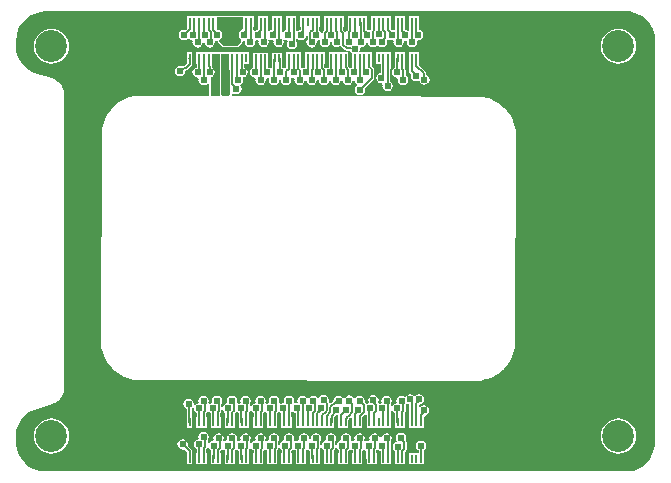
<source format=gbl>
G04*
G04 #@! TF.GenerationSoftware,Altium Limited,Altium Designer,21.6.4 (81)*
G04*
G04 Layer_Physical_Order=2*
G04 Layer_Color=16711680*
%FSLAX44Y44*%
%MOMM*%
G71*
G04*
G04 #@! TF.SameCoordinates,2686D9AD-387F-486B-B8E0-4D59B8EDC849*
G04*
G04*
G04 #@! TF.FilePolarity,Positive*
G04*
G01*
G75*
%ADD12R,0.2000X0.7000*%
%ADD15C,0.1524*%
%ADD17C,2.7000*%
%ADD18C,0.6096*%
%ADD19R,0.3000X0.7000*%
G36*
X531024Y392651D02*
X535306Y390362D01*
X539063Y387279D01*
X542146Y383521D01*
X544438Y379235D01*
X546153Y373582D01*
X546153Y26652D01*
X544580Y21486D01*
X541523Y15765D01*
X538439Y12008D01*
X534682Y8924D01*
X527839Y5267D01*
X526843Y4964D01*
X25051D01*
X22069Y5869D01*
X15970Y9129D01*
X12213Y12213D01*
X9129Y15970D01*
X6838Y20257D01*
X5450Y24833D01*
X5297Y27079D01*
Y40084D01*
X6246Y43210D01*
X8924Y48221D01*
X12008Y51979D01*
X15765Y55062D01*
X20052Y57353D01*
X35261Y61968D01*
X35445Y62066D01*
X35651Y62103D01*
X37090Y62668D01*
X37611Y63003D01*
X38178Y63255D01*
X40697Y65029D01*
X41265Y65625D01*
X41875Y66178D01*
X43710Y68653D01*
X44062Y69397D01*
X44468Y70114D01*
X45435Y73039D01*
X45511Y73655D01*
X45680Y74251D01*
X45803Y75792D01*
X45778Y75999D01*
X45819Y76205D01*
X45819Y323795D01*
X45779Y324000D01*
X45803Y324208D01*
X45680Y325748D01*
X45511Y326345D01*
X45435Y326960D01*
X44468Y329886D01*
X44062Y330602D01*
X43710Y331347D01*
X41875Y333821D01*
X41265Y334374D01*
X40697Y334971D01*
X38178Y336745D01*
X37611Y336996D01*
X37090Y337331D01*
X35651Y337896D01*
X35445Y337933D01*
X35261Y338032D01*
X20052Y342646D01*
X15765Y344937D01*
X12008Y348021D01*
X8924Y351778D01*
X6633Y356065D01*
X5269Y360563D01*
X4935Y369587D01*
X5427Y374583D01*
X6838Y379235D01*
X9129Y383521D01*
X12213Y387279D01*
X15970Y390362D01*
X20257Y392654D01*
X24909Y394065D01*
X30001Y394566D01*
X524655D01*
X531024Y392651D01*
D02*
G37*
%LPC*%
G36*
X197104Y390757D02*
X175006D01*
X174435Y390520D01*
X149730D01*
Y380980D01*
X149730Y380980D01*
X149730D01*
X149532Y379792D01*
X148548Y378808D01*
X147320Y379053D01*
X145635Y378718D01*
X144207Y377763D01*
X143252Y376335D01*
X142917Y374650D01*
X143252Y372965D01*
X144207Y371537D01*
X145635Y370583D01*
X147320Y370248D01*
X149005Y370583D01*
X150327Y371466D01*
X150733Y371615D01*
X151507D01*
X151913Y371466D01*
X153235Y370583D01*
X153620Y370506D01*
X154494Y369038D01*
X154347Y368300D01*
X154683Y366615D01*
X155637Y365187D01*
X157065Y364233D01*
X158750Y363898D01*
X160435Y364233D01*
X161863Y365187D01*
X162817Y366615D01*
X163153Y368300D01*
X163144Y368341D01*
X163908Y369134D01*
X164520Y368280D01*
X164855Y366596D01*
X165809Y365167D01*
X167237Y364213D01*
X168922Y363878D01*
X170607Y364213D01*
X172035Y365167D01*
X172990Y366596D01*
X173325Y368280D01*
X173149Y369163D01*
X174066Y370136D01*
X175079Y369998D01*
X175581Y369399D01*
X175723Y369056D01*
X175778Y368689D01*
X175917Y368586D01*
X175983Y368427D01*
X179876Y364534D01*
X180848Y364131D01*
X180848Y364131D01*
X192024D01*
X192024Y364131D01*
X192996Y364534D01*
X192996Y364534D01*
X196298Y367836D01*
X196701Y368808D01*
X196701Y368808D01*
X197889Y369726D01*
X198607Y369575D01*
X198939Y369115D01*
X198797Y368406D01*
X199132Y366721D01*
X200087Y365293D01*
X201515Y364338D01*
X203200Y364003D01*
X204885Y364338D01*
X206313Y365293D01*
X207267Y366721D01*
X207603Y368406D01*
X207389Y369481D01*
X207397Y369501D01*
X208315Y370369D01*
X209587Y370197D01*
X210368Y369115D01*
X210227Y368406D01*
X210562Y366721D01*
X211517Y365293D01*
X212945Y364338D01*
X214630Y364003D01*
X216315Y364338D01*
X217743Y365293D01*
X218697Y366721D01*
X219032Y368406D01*
X218697Y370091D01*
X218441Y370475D01*
X219356Y371390D01*
X220565Y370583D01*
X222250Y370248D01*
X223069Y369115D01*
X222927Y368406D01*
X223263Y366721D01*
X224217Y365293D01*
X225645Y364338D01*
X227330Y364003D01*
X229015Y364338D01*
X230443Y365293D01*
X231397Y366721D01*
X231733Y368406D01*
X231397Y370091D01*
X231165Y370439D01*
X232080Y371354D01*
X233235Y370583D01*
X234275Y370376D01*
X234917Y369051D01*
X234692Y368715D01*
X234357Y367030D01*
X234692Y365345D01*
X235647Y363917D01*
X237075Y362963D01*
X238760Y362628D01*
X240445Y362963D01*
X241873Y363917D01*
X242827Y365345D01*
X243162Y367030D01*
X242827Y368715D01*
X242072Y369846D01*
Y371040D01*
X242938Y371400D01*
X243342Y371487D01*
X244695Y370583D01*
X246380Y370248D01*
X248065Y370583D01*
X249493Y371537D01*
X250403Y372898D01*
X250447Y372965D01*
X250778Y374013D01*
X250788Y374012D01*
X251928Y373700D01*
Y371071D01*
X251203Y369985D01*
X250867Y368300D01*
X251203Y366615D01*
X252157Y365187D01*
X253585Y364233D01*
X255270Y363898D01*
X256955Y364233D01*
X258383Y365187D01*
X259337Y366615D01*
X259673Y368300D01*
X259525Y369041D01*
X260398Y370510D01*
X260765Y370583D01*
X261714Y371217D01*
X262629Y370301D01*
X262504Y370113D01*
X262169Y368429D01*
X262504Y366744D01*
X263458Y365316D01*
X264887Y364361D01*
X266571Y364026D01*
X268256Y364361D01*
X269685Y365316D01*
X270639Y366744D01*
X270974Y368429D01*
X271768Y369028D01*
X272329Y368686D01*
X272664Y367001D01*
X273618Y365573D01*
X275047Y364618D01*
X276731Y364283D01*
X278416Y364618D01*
X278828Y364893D01*
X280346Y364860D01*
X283322Y361884D01*
X283322Y361884D01*
X283994Y361435D01*
X284787Y361277D01*
X287781D01*
X288733Y359853D01*
X289730Y359187D01*
Y354912D01*
X289690Y354712D01*
X289690Y354712D01*
Y346995D01*
X289555Y346968D01*
X289046Y346628D01*
X287643Y346471D01*
X287253Y346841D01*
X286072Y348023D01*
Y350180D01*
X286270D01*
Y359720D01*
X269730D01*
Y354912D01*
X269690Y354712D01*
X269690Y354712D01*
Y347058D01*
X269235Y346968D01*
X268531Y346497D01*
X267535Y346173D01*
X266709Y346656D01*
X266072Y347293D01*
Y350180D01*
X266270D01*
Y359720D01*
X249730D01*
Y350180D01*
X249928D01*
Y347251D01*
X248505Y346968D01*
X247937Y346588D01*
X247154Y346520D01*
X246072Y347522D01*
Y350180D01*
X246270D01*
Y359720D01*
X233730D01*
Y350180D01*
X233928D01*
Y347018D01*
X233043Y346133D01*
X231425Y346267D01*
X230338Y346994D01*
X230324Y348171D01*
X230449Y349389D01*
X230449D01*
X230316Y350604D01*
X230310Y350666D01*
Y354712D01*
X230270Y354912D01*
Y359720D01*
X221730D01*
Y352760D01*
X221700Y352411D01*
X221705Y352363D01*
X221693Y352318D01*
X221342Y346541D01*
X220047Y346171D01*
X218855Y346968D01*
X218072Y347123D01*
Y350180D01*
X218270D01*
Y359720D01*
X205730D01*
Y354912D01*
X205690Y354712D01*
X205690Y354712D01*
Y347040D01*
X205325Y346968D01*
X203897Y346013D01*
X202943Y344585D01*
X202607Y342900D01*
X202943Y341215D01*
X203897Y339787D01*
X205325Y338833D01*
X206883Y338523D01*
X207016Y338489D01*
X207850Y337370D01*
X207687Y336550D01*
X208022Y334865D01*
X208977Y333437D01*
X210405Y332483D01*
X212090Y332148D01*
X213775Y332483D01*
X215203Y333437D01*
X216157Y334865D01*
X216493Y336550D01*
X216329Y337370D01*
X217164Y338489D01*
X217297Y338523D01*
X218355Y338733D01*
X218404Y338712D01*
X219331Y337784D01*
X219353Y337735D01*
X219117Y336550D01*
X219452Y334865D01*
X220407Y333437D01*
X221835Y332483D01*
X223520Y332148D01*
X225205Y332483D01*
X226633Y333437D01*
X227587Y334865D01*
X227922Y336550D01*
X228580Y337419D01*
X229295Y336641D01*
X229277Y336550D01*
X229613Y334865D01*
X230567Y333437D01*
X231995Y332483D01*
X233680Y332148D01*
X235365Y332483D01*
X236793Y333437D01*
X237747Y334865D01*
X238083Y336550D01*
X237847Y337735D01*
X237869Y337784D01*
X238796Y338712D01*
X238845Y338733D01*
X239903Y338523D01*
X240036Y338489D01*
X240870Y337370D01*
X240707Y336550D01*
X241042Y334865D01*
X241997Y333437D01*
X243425Y332483D01*
X245110Y332148D01*
X246795Y332483D01*
X248223Y333437D01*
X249177Y334865D01*
X249513Y336550D01*
X250190Y337086D01*
X250867Y336550D01*
X251203Y334865D01*
X252157Y333437D01*
X253585Y332483D01*
X255270Y332148D01*
X256955Y332483D01*
X258383Y333437D01*
X259337Y334865D01*
X259673Y336550D01*
X260520Y337444D01*
X261408Y336550D01*
X261744Y334865D01*
X262698Y333437D01*
X264126Y332483D01*
X265811Y332148D01*
X267496Y332483D01*
X268924Y333437D01*
X269878Y334865D01*
X270053Y335743D01*
X271348D01*
X271523Y334865D01*
X272477Y333437D01*
X273905Y332483D01*
X275590Y332148D01*
X277275Y332483D01*
X278703Y333437D01*
X279657Y334865D01*
X279959Y336382D01*
X280114Y336645D01*
X281113Y337425D01*
X281474Y337344D01*
X281493Y337285D01*
X281347Y336550D01*
X281682Y334865D01*
X282637Y333437D01*
X284065Y332483D01*
X285750Y332148D01*
X287435Y332483D01*
X288863Y333437D01*
X289817Y334865D01*
X290119Y336382D01*
X290274Y336645D01*
X291273Y337425D01*
X291633Y337344D01*
X291653Y337285D01*
X291507Y336550D01*
X291842Y334865D01*
X292797Y333437D01*
X293394Y333038D01*
Y331511D01*
X293051Y331281D01*
X292097Y329853D01*
X291761Y328168D01*
X292097Y326483D01*
X293051Y325055D01*
X294479Y324101D01*
X295882Y323822D01*
X295755Y322552D01*
X188255Y322732D01*
X187436Y323960D01*
X187493Y324238D01*
X187734Y324968D01*
X189002Y325416D01*
X189831Y324863D01*
X191516Y324528D01*
X193201Y324863D01*
X194629Y325817D01*
X195583Y327245D01*
X195919Y328930D01*
X195583Y330615D01*
X195120Y331309D01*
X194831Y332265D01*
X195444Y332936D01*
X196193Y333437D01*
X197148Y334865D01*
X197483Y336550D01*
X197148Y338235D01*
X197293Y338586D01*
X198535Y338833D01*
X199963Y339787D01*
X200917Y341215D01*
X201252Y342900D01*
X200917Y344585D01*
X199963Y346013D01*
X198535Y346968D01*
X198310Y347012D01*
Y350180D01*
X202270D01*
Y359720D01*
X185176D01*
X185058Y359769D01*
X178921D01*
X178803Y359720D01*
X177664D01*
X177546Y359769D01*
X170942D01*
X170824Y359720D01*
X157730D01*
Y350180D01*
X157928D01*
Y347139D01*
X157065Y346968D01*
X155637Y346013D01*
X154683Y344585D01*
X154347Y342900D01*
X154683Y341215D01*
X155637Y339787D01*
X157065Y338833D01*
X158623Y338523D01*
X158756Y338489D01*
X159590Y337370D01*
X159427Y336550D01*
X159762Y334865D01*
X160717Y333437D01*
X162145Y332483D01*
X163830Y332148D01*
X165515Y332483D01*
X166943Y333437D01*
X167281Y333943D01*
X168551Y333558D01*
Y324104D01*
X168580Y324035D01*
X167731Y322766D01*
X106826Y322868D01*
X106822Y322870D01*
X106803Y322868D01*
X106739Y322869D01*
X106682Y322908D01*
X106551Y322936D01*
X106475Y322922D01*
X106408Y322958D01*
X106274Y322973D01*
X106200Y322951D01*
X106129Y322980D01*
X106062Y322980D01*
X106062Y322980D01*
X105921Y322980D01*
X105871Y322960D01*
X105820Y322976D01*
X105539Y322956D01*
X105491Y322931D01*
X105439Y322944D01*
X105160Y322903D01*
X105114Y322875D01*
X105061Y322884D01*
X104786Y322823D01*
X104742Y322792D01*
X104688Y322797D01*
X104558Y322757D01*
X104557Y322756D01*
X104555Y322756D01*
X104551Y322755D01*
X104551Y322755D01*
X98043Y320782D01*
X98040Y320779D01*
X98036Y320779D01*
X98006Y320770D01*
X97998Y320763D01*
X97988Y320764D01*
X97986Y320763D01*
X97969Y320747D01*
X97942Y320749D01*
X97883Y320728D01*
X97871Y320716D01*
X97869Y320716D01*
X97869Y320716D01*
X97859Y320706D01*
X97857Y320704D01*
X97821Y320704D01*
X97764Y320680D01*
X97738Y320654D01*
X97702Y320652D01*
X97646Y320626D01*
X97622Y320599D01*
X97586Y320596D01*
X97560Y320581D01*
X97560D01*
X92374Y317809D01*
X92374Y317809D01*
X92347Y317795D01*
X92324Y317767D01*
X92289Y317762D01*
X92236Y317730D01*
X92215Y317701D01*
X92180Y317695D01*
X92128Y317660D01*
X92108Y317630D01*
X92073Y317622D01*
X92023Y317585D01*
X92005Y317555D01*
X91971Y317544D01*
X91947Y317525D01*
X91945Y317521D01*
X91941Y317519D01*
X87400Y313793D01*
X87397Y313791D01*
X87397Y313791D01*
X87397Y313791D01*
X87373Y313771D01*
X87356Y313739D01*
X87322Y313727D01*
X87276Y313685D01*
X87261Y313653D01*
X87228Y313640D01*
X87184Y313596D01*
X87170Y313563D01*
X87138Y313547D01*
X87096Y313501D01*
X87084Y313468D01*
X87053Y313451D01*
X87033Y313427D01*
X87031Y313423D01*
X87028Y313421D01*
X83300Y308879D01*
X83300Y308878D01*
X83300Y308878D01*
X83298Y308876D01*
X83298Y308876D01*
X83279Y308853D01*
X83268Y308818D01*
X83237Y308799D01*
X83199Y308748D01*
X83190Y308712D01*
X83160Y308692D01*
X83125Y308639D01*
X83117Y308603D01*
X83088Y308581D01*
X83056Y308527D01*
X83050Y308490D01*
X83021Y308466D01*
X83007Y308438D01*
X80240Y303261D01*
X80226Y303237D01*
X80226Y303231D01*
X80222Y303228D01*
X80220Y303198D01*
X80195Y303175D01*
X80168Y303118D01*
X80166Y303082D01*
X80140Y303056D01*
X80116Y302998D01*
X80116Y302961D01*
X80091Y302934D01*
X80070Y302874D01*
X80072Y302838D01*
X80049Y302810D01*
X80040Y302779D01*
X80040Y302779D01*
X80039Y302779D01*
X77736Y295186D01*
Y295186D01*
X77736Y295185D01*
X77722Y295141D01*
X77727Y295088D01*
X77697Y295044D01*
X77676Y294954D01*
X77685Y294901D01*
X77658Y294855D01*
X77644Y294764D01*
X77657Y294712D01*
X77633Y294664D01*
X77626Y294572D01*
X77642Y294521D01*
X77622Y294472D01*
X77020Y111079D01*
X77020Y111079D01*
X77020Y111079D01*
X77020Y111070D01*
X77021Y111068D01*
X77020Y111066D01*
Y111065D01*
X77020Y111064D01*
X77020Y111063D01*
X77020Y110926D01*
X77040Y110878D01*
X77023Y110828D01*
X77043Y110556D01*
X77066Y110509D01*
X77053Y110458D01*
X77092Y110188D01*
X77119Y110143D01*
X77109Y110092D01*
X77167Y109825D01*
X77197Y109782D01*
X77192Y109730D01*
X77230Y109600D01*
X77230Y109599D01*
X77231Y109596D01*
X77233Y109594D01*
X77232Y109592D01*
X77233Y109590D01*
X77234Y109589D01*
X77234Y109588D01*
X77236Y109580D01*
X77236Y109580D01*
X77236Y109579D01*
X77237Y109577D01*
X77237Y109577D01*
X77237Y109576D01*
X77239Y109574D01*
X77238Y109572D01*
X77239Y109572D01*
X77242Y109568D01*
X77241Y109563D01*
X77242Y109561D01*
Y109561D01*
X77243Y109556D01*
X77244Y109555D01*
X77244Y109553D01*
X77244Y109553D01*
X77244Y109552D01*
X77246Y109545D01*
X77247Y109545D01*
X77247Y109544D01*
X77248Y109539D01*
X77249Y109539D01*
X77249Y109538D01*
X77249Y109537D01*
X77250Y109536D01*
X77249Y109535D01*
X77251Y109531D01*
X77251Y109531D01*
X77251Y109530D01*
X78230Y106303D01*
X78230Y106303D01*
X78231Y106300D01*
X78231Y106300D01*
X78231Y106300D01*
X78232Y106295D01*
X78234Y106293D01*
X78234Y106290D01*
X78235Y106286D01*
X78235Y106286D01*
X78235Y106285D01*
X78236Y106282D01*
X78237Y106281D01*
X78237Y106280D01*
X78237Y106279D01*
X78237Y106279D01*
Y106279D01*
X78238Y106276D01*
X78238Y106276D01*
X79146Y103283D01*
Y103283D01*
X79146Y103282D01*
X79146Y103282D01*
X79149Y103272D01*
X79152Y103268D01*
X79152Y103263D01*
X79178Y103177D01*
X79201Y103150D01*
X79199Y103115D01*
X79221Y103054D01*
X79219Y103040D01*
X79228Y103010D01*
X79229Y103010D01*
X79234Y102993D01*
X79249Y102976D01*
X79251Y102971D01*
X79250Y102946D01*
X79271Y102887D01*
X79292Y102864D01*
X79295Y102857D01*
Y102825D01*
X79319Y102767D01*
X79342Y102744D01*
X79344Y102737D01*
X79346Y102706D01*
X79373Y102649D01*
X79391Y102633D01*
X79393Y102628D01*
X79395Y102605D01*
X79403Y102590D01*
X79403Y102589D01*
X79418Y102561D01*
X79429Y102552D01*
X79455Y102495D01*
X79481Y102472D01*
X79485Y102437D01*
X79527Y102358D01*
X79531Y102354D01*
X79531Y102349D01*
X82081Y97578D01*
X82084Y97576D01*
X82085Y97573D01*
X82086Y97570D01*
X82086Y97570D01*
X82086Y97569D01*
X82087Y97567D01*
X82088Y97566D01*
X82089Y97565D01*
X82090Y97563D01*
X82091Y97562D01*
X82091Y97561D01*
X82133Y97483D01*
X82160Y97462D01*
X82165Y97428D01*
X82257Y97276D01*
X82285Y97255D01*
X82292Y97222D01*
X82391Y97074D01*
X82419Y97055D01*
X82428Y97022D01*
X82534Y96879D01*
X82563Y96861D01*
X82573Y96829D01*
X82629Y96759D01*
X82631Y96758D01*
X82631Y96757D01*
X82633Y96755D01*
X82634Y96755D01*
X82634Y96753D01*
X82635Y96753D01*
X82639Y96750D01*
X82640Y96747D01*
X82645Y96740D01*
X86207Y92400D01*
X86209Y92397D01*
X86209Y92397D01*
X86210Y92397D01*
X86229Y92373D01*
X86261Y92356D01*
X86273Y92322D01*
X86314Y92276D01*
X86347Y92261D01*
X86360Y92228D01*
X86404Y92184D01*
X86437Y92170D01*
X86453Y92138D01*
X86498Y92096D01*
X86532Y92084D01*
X86549Y92053D01*
X86572Y92033D01*
X86577Y92032D01*
X86579Y92028D01*
X91121Y88300D01*
X91123Y88300D01*
X91124Y88298D01*
X91148Y88278D01*
X91183Y88268D01*
X91201Y88237D01*
X91252Y88199D01*
X91288Y88190D01*
X91308Y88159D01*
X91361Y88124D01*
X91397Y88117D01*
X91419Y88088D01*
X91473Y88056D01*
X91509Y88050D01*
X91533Y88022D01*
X91560Y88007D01*
X96739Y85240D01*
X96763Y85226D01*
X96800Y85223D01*
X96824Y85196D01*
X96881Y85168D01*
X96918Y85167D01*
X96944Y85140D01*
X97002Y85116D01*
X97039Y85116D01*
X97066Y85091D01*
X97126Y85070D01*
X97162Y85072D01*
X97191Y85049D01*
X104814Y82736D01*
X104814Y82736D01*
X104859Y82722D01*
X104912Y82727D01*
X104956Y82697D01*
X105047Y82676D01*
X105100Y82685D01*
X105146Y82657D01*
X105238Y82644D01*
X105290Y82657D01*
X105338Y82633D01*
X105430Y82626D01*
X105482Y82642D01*
X105532Y82622D01*
X105578Y82622D01*
X398448Y81996D01*
X398452Y81996D01*
X398454Y81996D01*
X398497Y81996D01*
X398510Y81990D01*
X398563Y81985D01*
X398594Y81995D01*
X398622Y81981D01*
X398676Y81979D01*
X398705Y81990D01*
X398734Y81978D01*
X398821Y81978D01*
X398870Y81998D01*
X398920Y81981D01*
X399040Y81990D01*
X399087Y82014D01*
X399138Y82001D01*
X399258Y82018D01*
X399303Y82045D01*
X399354Y82035D01*
X399472Y82061D01*
X399516Y82091D01*
X399568Y82086D01*
X399626Y82103D01*
X399626Y82103D01*
X406925Y84209D01*
X406925Y84209D01*
X406926Y84209D01*
X406958Y84219D01*
X406988Y84243D01*
X407026Y84241D01*
X407090Y84263D01*
X407119Y84288D01*
X407158Y84288D01*
X407220Y84313D01*
X407248Y84341D01*
X407286Y84342D01*
X407347Y84371D01*
X407373Y84400D01*
X407412Y84403D01*
X407439Y84418D01*
X412624Y87190D01*
X412626Y87192D01*
X412628Y87192D01*
X412629Y87192D01*
X412629Y87192D01*
X412630Y87193D01*
X412630Y87193D01*
X412655Y87207D01*
X412656Y87207D01*
X412668Y87214D01*
X412681Y87230D01*
X412699Y87233D01*
X412699Y87233D01*
X412703Y87238D01*
X412713Y87240D01*
X412713Y87240D01*
X412714Y87240D01*
X412767Y87272D01*
X412775Y87282D01*
X412808Y87304D01*
X412822Y87307D01*
X412823Y87308D01*
X412824Y87308D01*
X412876Y87342D01*
X412884Y87355D01*
X412916Y87376D01*
X412928Y87379D01*
X412930Y87381D01*
X412931Y87381D01*
X412981Y87418D01*
X412985Y87425D01*
X412994Y87439D01*
X413016Y87446D01*
X413033Y87459D01*
X413034Y87460D01*
X413054Y87476D01*
X413055Y87479D01*
X413059Y87480D01*
X413059Y87481D01*
X413059D01*
X417601Y91208D01*
X417601Y91208D01*
X417603Y91209D01*
X417604Y91212D01*
X417607Y91213D01*
X417632Y91233D01*
X417632Y91234D01*
X417640Y91240D01*
X417641Y91243D01*
X417643Y91243D01*
X417643Y91243D01*
X417653Y91265D01*
X417677Y91273D01*
X417681Y91276D01*
X417682Y91276D01*
X417727Y91318D01*
X417733Y91331D01*
X417758Y91355D01*
X417772Y91361D01*
X417775Y91364D01*
X417776Y91365D01*
X417820Y91409D01*
X417826Y91423D01*
X417851Y91448D01*
X417862Y91453D01*
X417864Y91456D01*
X417866Y91456D01*
X417907Y91502D01*
X417915Y91525D01*
X417936Y91536D01*
X417951Y91553D01*
X417952Y91554D01*
X417967Y91573D01*
X417969Y91575D01*
X417969Y91575D01*
X417969Y91576D01*
X417970Y91578D01*
X417972Y91579D01*
X421700Y96121D01*
X421700Y96123D01*
X421702Y96124D01*
X421703Y96125D01*
X421703Y96125D01*
X421721Y96147D01*
X421722Y96150D01*
X421724Y96151D01*
X421724Y96152D01*
X421724Y96152D01*
X421725Y96153D01*
X421725Y96153D01*
X421729Y96166D01*
X421740Y96172D01*
X421740Y96173D01*
X421744Y96188D01*
X421758Y96197D01*
X421758Y96197D01*
X421758Y96198D01*
X421763Y96201D01*
X421801Y96252D01*
X421810Y96288D01*
X421840Y96308D01*
X421875Y96361D01*
X421883Y96397D01*
X421912Y96419D01*
X421945Y96473D01*
X421950Y96510D01*
X421978Y96533D01*
X421992Y96560D01*
X424760Y101739D01*
Y101739D01*
X424773Y101763D01*
X424777Y101799D01*
X424804Y101824D01*
X424832Y101881D01*
X424833Y101918D01*
X424860Y101944D01*
X424884Y102002D01*
X424884Y102039D01*
X424909Y102067D01*
X424930Y102126D01*
X424928Y102163D01*
X424952Y102192D01*
X424961Y102221D01*
X427264Y109814D01*
X427264Y109815D01*
X427278Y109858D01*
X427272Y109911D01*
X427303Y109955D01*
X427324Y110045D01*
X427314Y110098D01*
X427342Y110144D01*
X427356Y110236D01*
X427343Y110288D01*
X427367Y110336D01*
X427374Y110428D01*
X427357Y110479D01*
X427378Y110529D01*
X427378Y110575D01*
X427378Y110577D01*
X427378Y110579D01*
X427980Y293929D01*
X427979Y293931D01*
X427980Y293933D01*
X427980Y293934D01*
X427980Y293935D01*
Y293936D01*
X427980Y293937D01*
X427980Y293938D01*
X427980Y293938D01*
X427980Y293938D01*
X427980Y294079D01*
X427960Y294128D01*
X427976Y294180D01*
X427956Y294461D01*
X427931Y294509D01*
X427944Y294561D01*
X427903Y294839D01*
X427875Y294886D01*
X427885Y294939D01*
X427823Y295214D01*
X427792Y295258D01*
X427797Y295312D01*
X427756Y295446D01*
X427756Y295446D01*
X425781Y301959D01*
X425781Y301959D01*
X425772Y301988D01*
X425749Y302016D01*
X425751Y302052D01*
X425730Y302111D01*
X425705Y302138D01*
X425705Y302174D01*
X425682Y302232D01*
X425656Y302257D01*
X425654Y302293D01*
X425628Y302349D01*
X425602Y302373D01*
X425598Y302409D01*
X425593Y302419D01*
X425593Y302421D01*
X425592Y302421D01*
X425591Y302423D01*
X425583Y302436D01*
X425582Y302438D01*
X425581Y302440D01*
X422820Y307606D01*
X422820Y307607D01*
X422820Y307608D01*
X422818Y307609D01*
X422810Y307624D01*
X422808Y307626D01*
X422808Y307629D01*
X422793Y307656D01*
X422793Y307656D01*
X422788Y307665D01*
X422767Y307682D01*
X422763Y307708D01*
X422760Y307713D01*
X422760Y307714D01*
X422728Y307767D01*
X422718Y307775D01*
X422698Y307805D01*
X422695Y307819D01*
X422693Y307822D01*
X422692Y307824D01*
X422658Y307875D01*
X422645Y307884D01*
X422625Y307914D01*
X422622Y307926D01*
X422619Y307930D01*
X422619Y307931D01*
X422581Y307981D01*
X422573Y307986D01*
X422572Y307991D01*
X422572Y307992D01*
X422559Y307999D01*
X422555Y308015D01*
X422542Y308032D01*
X422541Y308032D01*
X422523Y308054D01*
X422522Y308055D01*
X422521Y308057D01*
X422519Y308059D01*
X422519Y308059D01*
X418792Y312601D01*
X418789Y312603D01*
X418788Y312606D01*
X418786Y312608D01*
X418786Y312608D01*
X418784Y312610D01*
X418784Y312610D01*
X418768Y312630D01*
X418736Y312647D01*
X418724Y312682D01*
X418682Y312727D01*
X418649Y312743D01*
X418635Y312777D01*
X418591Y312820D01*
X418558Y312834D01*
X418543Y312866D01*
X418497Y312908D01*
X418479Y312914D01*
X418473Y312928D01*
X418472Y312928D01*
X418458Y312933D01*
X418452Y312946D01*
X418451Y312947D01*
X418448Y312948D01*
X418446Y312952D01*
X418422Y312971D01*
X418421Y312971D01*
X418421Y312972D01*
X418416Y312976D01*
X418416Y312976D01*
X418415Y312977D01*
X413879Y316700D01*
X413877Y316700D01*
X413877Y316701D01*
X413875Y316703D01*
X413875Y316703D01*
X413874Y316703D01*
X413870Y316707D01*
X413870Y316707D01*
X413870Y316707D01*
X413852Y316722D01*
X413818Y316732D01*
X413799Y316763D01*
X413748Y316801D01*
X413712Y316810D01*
X413692Y316840D01*
X413639Y316875D01*
X413603Y316883D01*
X413581Y316912D01*
X413527Y316945D01*
X413490Y316950D01*
X413466Y316978D01*
X413439Y316993D01*
X408261Y319760D01*
X408261Y319760D01*
X408237Y319773D01*
X408201Y319777D01*
X408176Y319804D01*
X408119Y319832D01*
X408082Y319833D01*
X408056Y319860D01*
X407998Y319884D01*
X407961Y319884D01*
X407934Y319909D01*
X407874Y319930D01*
X407837Y319928D01*
X407808Y319952D01*
X407779Y319960D01*
X400186Y322264D01*
X400186Y322264D01*
X400141Y322278D01*
X400088Y322272D01*
X400044Y322303D01*
X399953Y322324D01*
X399900Y322315D01*
X399854Y322342D01*
X399761Y322356D01*
X399709Y322343D01*
X399661Y322367D01*
X399568Y322374D01*
X399517Y322357D01*
X399467Y322378D01*
X399421Y322378D01*
X296566Y322551D01*
X296442Y323821D01*
X297070Y323946D01*
X297849Y324101D01*
X299277Y325055D01*
X300231Y326483D01*
X300567Y328168D01*
X300322Y329396D01*
X307945Y337019D01*
X307945Y337019D01*
X308394Y337691D01*
X308552Y338484D01*
X308552Y338484D01*
Y345004D01*
X308552Y345004D01*
X308394Y345797D01*
X307945Y346469D01*
X306671Y347743D01*
X306671Y347743D01*
X306671Y347743D01*
X306072Y348343D01*
Y350180D01*
X306270D01*
Y359720D01*
X296398D01*
X295719Y360990D01*
X295914Y361281D01*
X296249Y362966D01*
X296188Y363272D01*
X297086Y364170D01*
X297180Y364152D01*
X298865Y364487D01*
X300293Y365441D01*
X301247Y366869D01*
X301583Y368554D01*
X301493Y369004D01*
X301747Y369078D01*
X302045Y368947D01*
X303022Y368128D01*
X303272Y366869D01*
X304227Y365441D01*
X305655Y364487D01*
X307340Y364151D01*
X309025Y364487D01*
X310441Y365433D01*
X310739Y365621D01*
X311677D01*
X311975Y365433D01*
X313392Y364487D01*
X315077Y364151D01*
X316762Y364487D01*
X318190Y365441D01*
X319144Y366869D01*
X319479Y368554D01*
X319144Y370239D01*
X320204Y370926D01*
X320374Y370987D01*
X320738Y371027D01*
X321403Y370583D01*
X323088Y370247D01*
X323589Y370347D01*
X324669Y369267D01*
X324527Y368554D01*
X324863Y366869D01*
X325817Y365441D01*
X327245Y364487D01*
X328930Y364152D01*
X330615Y364487D01*
X332043Y365441D01*
X332997Y366869D01*
X333332Y368554D01*
X333232Y369061D01*
X333966Y370108D01*
X335220Y370291D01*
X336139Y369469D01*
X335957Y368554D01*
X336292Y366869D01*
X337247Y365441D01*
X338675Y364487D01*
X340360Y364152D01*
X342045Y364487D01*
X343473Y365441D01*
X344427Y366869D01*
X344762Y368554D01*
X344652Y369109D01*
X345440Y370248D01*
X347125Y370583D01*
X348553Y371537D01*
X349507Y372965D01*
X349842Y374650D01*
X349507Y376335D01*
X348553Y377763D01*
X347125Y378718D01*
X346072Y378927D01*
Y380980D01*
X346270D01*
Y390520D01*
X337730D01*
Y380980D01*
X338108D01*
Y378516D01*
X337828Y378303D01*
X336838Y377954D01*
X335695Y378718D01*
X334072Y379040D01*
Y380980D01*
X334270D01*
Y390520D01*
X325730D01*
Y380980D01*
X326166D01*
Y379134D01*
X325046Y378535D01*
X324773Y378717D01*
X323088Y379053D01*
X322387Y379758D01*
X322270Y380980D01*
X322270D01*
Y390520D01*
X305730D01*
Y380980D01*
X305928D01*
Y379395D01*
X305430Y378897D01*
X303895Y378473D01*
X303756Y378504D01*
X303437Y378717D01*
X302092Y378985D01*
X302072Y379006D01*
Y380980D01*
X302270D01*
Y390520D01*
X285730D01*
Y380980D01*
X285928D01*
Y379100D01*
X285047Y378219D01*
X284679Y377668D01*
X284510Y377580D01*
X284227Y377524D01*
X283287Y377465D01*
X283276Y377481D01*
X283276Y377481D01*
X282072Y378686D01*
Y380980D01*
X282270D01*
Y390520D01*
X265730D01*
Y380980D01*
X265928D01*
Y378913D01*
X265106Y378091D01*
X264657Y377419D01*
X264500Y376626D01*
X264398Y376555D01*
X264210Y376522D01*
X262760Y376914D01*
X262193Y377763D01*
X261834Y378003D01*
Y380980D01*
X262270D01*
Y390520D01*
X245730D01*
Y380980D01*
X245928D01*
Y378963D01*
X244695Y378718D01*
X243342Y377813D01*
X242938Y377900D01*
X242072Y378261D01*
Y380980D01*
X242270D01*
Y390520D01*
X233730D01*
Y385712D01*
X233690Y385512D01*
X233690Y385512D01*
Y378808D01*
X233235Y378718D01*
X231807Y377763D01*
X231104Y376711D01*
X229834Y377096D01*
Y380980D01*
X230270D01*
Y390520D01*
X221730D01*
Y380980D01*
X221928D01*
Y378989D01*
X220565Y378718D01*
X219342Y377900D01*
X218569Y378132D01*
X218072Y378455D01*
Y380980D01*
X218270D01*
Y390520D01*
X209730D01*
Y380980D01*
X209730D01*
X209754Y379710D01*
X209550Y379053D01*
X207865Y378718D01*
X207104Y378209D01*
X205834Y378888D01*
Y380980D01*
X206270D01*
Y390520D01*
X197675D01*
X197104Y390757D01*
D02*
G37*
G36*
X515000Y379877D02*
X512105Y379592D01*
X509321Y378747D01*
X506755Y377376D01*
X504506Y375530D01*
X502660Y373281D01*
X501288Y370715D01*
X500444Y367931D01*
X500159Y365036D01*
X500444Y362140D01*
X501288Y359356D01*
X502660Y356790D01*
X504506Y354541D01*
X506755Y352696D01*
X509321Y351324D01*
X512105Y350480D01*
X515000Y350194D01*
X517896Y350480D01*
X520680Y351324D01*
X523246Y352696D01*
X525495Y354541D01*
X527340Y356790D01*
X528712Y359356D01*
X529557Y362140D01*
X529842Y365036D01*
X529557Y367931D01*
X528712Y370715D01*
X527340Y373281D01*
X525495Y375530D01*
X523246Y377376D01*
X520680Y378747D01*
X517896Y379592D01*
X515000Y379877D01*
D02*
G37*
G36*
X35000Y379841D02*
X32105Y379556D01*
X29320Y378711D01*
X26755Y377340D01*
X24506Y375494D01*
X22660Y373245D01*
X21288Y370679D01*
X20444Y367895D01*
X20159Y365000D01*
X20444Y362104D01*
X21288Y359320D01*
X22660Y356754D01*
X24506Y354505D01*
X26755Y352659D01*
X29320Y351288D01*
X32105Y350443D01*
X35000Y350158D01*
X37896Y350443D01*
X40680Y351288D01*
X43246Y352659D01*
X45495Y354505D01*
X47340Y356754D01*
X48712Y359320D01*
X49556Y362104D01*
X49842Y365000D01*
X49556Y367895D01*
X48712Y370679D01*
X47340Y373245D01*
X45495Y375494D01*
X43246Y377340D01*
X40680Y378711D01*
X37896Y379556D01*
X35000Y379841D01*
D02*
G37*
G36*
X154270Y359720D02*
X149730D01*
Y354912D01*
X149690Y354712D01*
X149730Y354512D01*
Y350648D01*
X149717Y350633D01*
X148888Y349722D01*
X147942Y348937D01*
X147201Y348627D01*
Y348627D01*
X145814Y348351D01*
X145215Y347951D01*
X143862Y348220D01*
X142177Y347885D01*
X140749Y346931D01*
X139795Y345503D01*
X139460Y343818D01*
X139795Y342133D01*
X140749Y340705D01*
X142177Y339750D01*
X143862Y339415D01*
X145547Y339750D01*
X146975Y340705D01*
X147930Y342133D01*
X148265Y343818D01*
X148140Y344446D01*
X149416Y344700D01*
X150579Y345477D01*
X150579Y345477D01*
X151499Y346326D01*
X151920Y346661D01*
X151922Y346662D01*
X151921Y346663D01*
X152679Y347615D01*
X153465Y348401D01*
X153886Y349031D01*
X153906Y349061D01*
X153906Y349061D01*
X153914Y349073D01*
X154270Y350180D01*
X154270Y350180D01*
Y359720D01*
D02*
G37*
G36*
X346270D02*
X337730D01*
Y350180D01*
X337928D01*
Y343988D01*
X337928Y343987D01*
X338086Y343195D01*
X338535Y342522D01*
X339412Y341645D01*
X339341Y341537D01*
X339005Y339852D01*
X339341Y338167D01*
X340295Y336739D01*
X341723Y335785D01*
X343408Y335450D01*
X345093Y335785D01*
X345450Y336023D01*
X346623Y335537D01*
X346707Y335119D01*
X347661Y333691D01*
X349089Y332737D01*
X350774Y332402D01*
X352459Y332737D01*
X353887Y333691D01*
X354841Y335119D01*
X355177Y336804D01*
X354841Y338489D01*
X353887Y339917D01*
X352459Y340872D01*
X352447Y340874D01*
Y342138D01*
X352447Y342138D01*
X352289Y342931D01*
X351840Y343603D01*
X351840Y343603D01*
X346456Y348987D01*
X346270Y350180D01*
X346270Y350180D01*
X346270Y350180D01*
Y359720D01*
D02*
G37*
G36*
X334270D02*
X325730D01*
Y350180D01*
X325758D01*
Y346823D01*
X324547Y346013D01*
X323592Y344585D01*
X323257Y342900D01*
X323592Y341215D01*
X324547Y339787D01*
X325975Y338833D01*
X327533Y338523D01*
X327666Y338489D01*
X328500Y337370D01*
X328337Y336550D01*
X328672Y334865D01*
X329627Y333437D01*
X331055Y332483D01*
X332740Y332148D01*
X334425Y332483D01*
X335853Y333437D01*
X336807Y334865D01*
X337142Y336550D01*
X336807Y338235D01*
X335853Y339663D01*
X334812Y340359D01*
Y345067D01*
X334654Y345860D01*
X334205Y346532D01*
X334205Y346532D01*
X334072Y346665D01*
Y350180D01*
X334270D01*
Y359720D01*
D02*
G37*
G36*
X322270D02*
X309730D01*
Y350180D01*
X313928D01*
Y342392D01*
X312669Y342142D01*
X311241Y341187D01*
X310287Y339759D01*
X309951Y338074D01*
X310287Y336389D01*
X311241Y334961D01*
X312669Y334007D01*
X314354Y333672D01*
X314467Y333694D01*
X314815Y333418D01*
X315402Y332585D01*
X315129Y331216D01*
X315464Y329531D01*
X316419Y328103D01*
X317847Y327149D01*
X319532Y326814D01*
X321217Y327149D01*
X322645Y328103D01*
X323599Y329531D01*
X323935Y331216D01*
X323599Y332901D01*
X322645Y334329D01*
X321604Y335025D01*
Y345108D01*
X321934Y345603D01*
X322092Y346396D01*
Y350180D01*
X322270D01*
Y359720D01*
D02*
G37*
G36*
X338836Y70446D02*
X337151Y70111D01*
X335723Y69156D01*
X335435Y68725D01*
X334583Y67883D01*
X333155Y68838D01*
X331470Y69173D01*
X329785Y68838D01*
X328357Y67883D01*
X327402Y66455D01*
X327067Y64770D01*
X327215Y64029D01*
X326342Y62561D01*
X325975Y62488D01*
X324547Y61533D01*
X323637Y60172D01*
X323592Y60105D01*
X323262Y59057D01*
X323252Y59058D01*
X322112Y59370D01*
Y61999D01*
X322837Y63085D01*
X323172Y64770D01*
X322837Y66455D01*
X321883Y67883D01*
X320455Y68838D01*
X318770Y69173D01*
X317085Y68838D01*
X315657Y67883D01*
X314702Y66455D01*
X314367Y64770D01*
X314515Y64029D01*
X313642Y62561D01*
X313275Y62488D01*
X313108Y62376D01*
X312798Y62398D01*
X312433Y62530D01*
X311603Y63575D01*
X311938Y65259D01*
X311603Y66944D01*
X310649Y68373D01*
X309220Y69327D01*
X307535Y69662D01*
X305851Y69327D01*
X304422Y68373D01*
X303468Y66944D01*
X303133Y65259D01*
X303415Y63842D01*
X303270Y63188D01*
X302805Y62281D01*
X302735Y62234D01*
X301185Y62425D01*
X301075Y62535D01*
X300068Y63542D01*
X300312Y64770D01*
X299977Y66455D01*
X299023Y67883D01*
X297595Y68838D01*
X295910Y69173D01*
X294225Y68838D01*
X292797Y67883D01*
X292355Y67222D01*
X290879Y67298D01*
X290301Y68162D01*
X288873Y69117D01*
X287188Y69452D01*
X285503Y69117D01*
X284075Y68162D01*
X283288Y66985D01*
X282300Y66874D01*
X281868Y66948D01*
X281243Y67883D01*
X279815Y68838D01*
X278130Y69173D01*
X276445Y68838D01*
X275017Y67883D01*
X274062Y66455D01*
X273734Y64805D01*
X271511Y62581D01*
X270133Y62999D01*
X269995Y63692D01*
X269534Y64381D01*
X269799Y65709D01*
X269463Y67394D01*
X268509Y68822D01*
X267081Y69776D01*
X265396Y70111D01*
X263711Y69776D01*
X262283Y68822D01*
X261490Y67635D01*
X260534Y67458D01*
X260054Y67497D01*
X259718Y68001D01*
X258289Y68955D01*
X256604Y69291D01*
X254920Y68955D01*
X253491Y68001D01*
X252809Y66980D01*
X251492Y66920D01*
X251382Y66957D01*
X250763Y67883D01*
X249335Y68838D01*
X247650Y69173D01*
X245965Y68838D01*
X244537Y67883D01*
X243582Y66455D01*
X243247Y64770D01*
X243396Y64023D01*
X242944Y62884D01*
X242457Y62731D01*
X241370Y62515D01*
X241150Y62631D01*
X240951Y62791D01*
X240355Y63427D01*
X240623Y64770D01*
X240287Y66455D01*
X239333Y67883D01*
X237905Y68838D01*
X236220Y69173D01*
X234535Y68838D01*
X233107Y67883D01*
X232153Y66455D01*
X231817Y64770D01*
X231980Y63951D01*
X231146Y62831D01*
X231013Y62798D01*
X229455Y62488D01*
X229184Y62307D01*
X227449Y62674D01*
X227383Y62779D01*
X227587Y63085D01*
X227922Y64770D01*
X227587Y66455D01*
X226633Y67883D01*
X225205Y68838D01*
X223520Y69173D01*
X221835Y68838D01*
X220407Y67883D01*
X219452Y66455D01*
X219117Y64770D01*
X219265Y64029D01*
X218392Y62561D01*
X218025Y62488D01*
X217754Y62307D01*
X216019Y62674D01*
X215953Y62779D01*
X216157Y63085D01*
X216493Y64770D01*
X216157Y66455D01*
X215203Y67883D01*
X213775Y68838D01*
X212090Y69173D01*
X210405Y68838D01*
X208977Y67883D01*
X208022Y66455D01*
X207687Y64770D01*
X207835Y64029D01*
X206962Y62561D01*
X206595Y62488D01*
X205167Y61533D01*
X204257Y60172D01*
X204212Y60105D01*
X203882Y59057D01*
X203872Y59058D01*
X202732Y59370D01*
Y61999D01*
X203457Y63085D01*
X203792Y64770D01*
X203457Y66455D01*
X202503Y67883D01*
X201075Y68838D01*
X199390Y69173D01*
X197705Y68838D01*
X196277Y67883D01*
X195322Y66455D01*
X194987Y64770D01*
X195135Y64029D01*
X194262Y62561D01*
X193895Y62488D01*
X193624Y62307D01*
X191889Y62674D01*
X191823Y62779D01*
X192027Y63085D01*
X192362Y64770D01*
X192027Y66455D01*
X191073Y67883D01*
X189645Y68838D01*
X187960Y69173D01*
X186275Y68838D01*
X184847Y67883D01*
X183892Y66455D01*
X183557Y64770D01*
X183705Y64029D01*
X182832Y62561D01*
X182465Y62488D01*
X181037Y61533D01*
X180127Y60172D01*
X180082Y60105D01*
X179752Y59057D01*
X179742Y59058D01*
X178602Y59370D01*
Y61999D01*
X179327Y63085D01*
X179662Y64770D01*
X179327Y66455D01*
X178373Y67883D01*
X176945Y68838D01*
X175260Y69173D01*
X173575Y68838D01*
X172147Y67883D01*
X171192Y66455D01*
X170857Y64770D01*
X171005Y64029D01*
X170132Y62561D01*
X169765Y62488D01*
X169494Y62307D01*
X167759Y62674D01*
X167693Y62779D01*
X167897Y63085D01*
X168232Y64770D01*
X167897Y66455D01*
X166943Y67883D01*
X165515Y68838D01*
X163830Y69173D01*
X162145Y68838D01*
X160717Y67883D01*
X159762Y66455D01*
X159427Y64770D01*
X159575Y64029D01*
X158702Y62561D01*
X158335Y62488D01*
X156907Y61533D01*
X156596Y61069D01*
X155400Y61564D01*
X155533Y62230D01*
X155197Y63915D01*
X154243Y65343D01*
X152815Y66298D01*
X151130Y66633D01*
X149445Y66298D01*
X148017Y65343D01*
X147063Y63915D01*
X146727Y62230D01*
X147063Y60545D01*
X148017Y59117D01*
X149445Y58163D01*
X149690Y58114D01*
Y46788D01*
X149690Y46788D01*
X149730Y46588D01*
Y41780D01*
X154270D01*
Y51320D01*
X153834D01*
Y58642D01*
X154468Y59153D01*
X155624Y58453D01*
X155617Y58420D01*
X155953Y56735D01*
X156907Y55307D01*
X157938Y54618D01*
Y51320D01*
X157730D01*
Y41780D01*
X166270D01*
Y51320D01*
X166072D01*
Y54358D01*
X166565Y54851D01*
X166565Y54851D01*
X166840Y55262D01*
X167831Y55437D01*
X168282Y55389D01*
X168337Y55307D01*
X169690Y54403D01*
Y46788D01*
X169690Y46788D01*
X169730Y46588D01*
Y41780D01*
X178270D01*
Y51320D01*
X178072D01*
Y54691D01*
X178444Y55248D01*
X178602Y56041D01*
Y57470D01*
X179743Y57782D01*
X179752Y57783D01*
X180082Y56735D01*
X180127Y56669D01*
X181037Y55307D01*
X182003Y54661D01*
Y51320D01*
X181730D01*
Y41780D01*
X190270D01*
Y51320D01*
X190072D01*
Y54228D01*
X190695Y54851D01*
X190695Y54851D01*
X190970Y55262D01*
X191961Y55437D01*
X192412Y55389D01*
X192467Y55307D01*
X193718Y54471D01*
Y46760D01*
X193718Y46760D01*
X193730Y46701D01*
Y41780D01*
X202270D01*
Y51320D01*
X202072D01*
Y54587D01*
X202125Y54641D01*
X202125Y54641D01*
X202574Y55313D01*
X202732Y56106D01*
Y57470D01*
X203873Y57782D01*
X203882Y57783D01*
X204212Y56735D01*
X204257Y56669D01*
X205167Y55307D01*
X206068Y54705D01*
Y51320D01*
X205730D01*
Y41780D01*
X214270D01*
Y51320D01*
X214072D01*
Y54098D01*
X214825Y54851D01*
X215100Y55262D01*
X216091Y55437D01*
X216542Y55389D01*
X216597Y55307D01*
X217783Y54514D01*
Y51320D01*
X217730D01*
Y41780D01*
X226270D01*
Y51320D01*
X226072D01*
Y54523D01*
X226255Y54706D01*
X226578Y55189D01*
X227421Y55365D01*
X227994Y55356D01*
X228027Y55307D01*
X229455Y54353D01*
X229690Y54306D01*
Y46788D01*
X229690Y46788D01*
X229730Y46588D01*
Y41780D01*
X238270D01*
Y51320D01*
X238072D01*
Y55197D01*
X238134Y55290D01*
X238170Y55471D01*
X239518Y55739D01*
X239807Y55307D01*
X241235Y54353D01*
X241690Y54262D01*
Y46788D01*
X241690Y46788D01*
X241730Y46588D01*
Y41780D01*
X274270D01*
Y46588D01*
X274310Y46788D01*
Y51473D01*
X275686Y52849D01*
X276194Y52748D01*
X276696Y52847D01*
X276752Y52839D01*
X277255Y52394D01*
X277730Y51320D01*
Y41780D01*
X286270D01*
Y46588D01*
X286310Y46788D01*
Y48430D01*
X286433Y48553D01*
X286433Y48553D01*
X286882Y49225D01*
X287040Y50018D01*
Y50034D01*
X287120Y50114D01*
X287389Y50168D01*
X288061Y50617D01*
X288460Y51016D01*
X289730Y50490D01*
Y41780D01*
X298270D01*
Y46588D01*
X298310Y46788D01*
Y50706D01*
X300896Y53292D01*
X302036Y52925D01*
X302166Y52825D01*
Y51320D01*
X301730D01*
Y41780D01*
X322270D01*
Y51320D01*
X322072D01*
Y55594D01*
X322112Y55796D01*
Y57470D01*
X323252Y57782D01*
X323262Y57783D01*
X323592Y56735D01*
X323637Y56669D01*
X324547Y55307D01*
X325758Y54498D01*
Y51320D01*
X325730D01*
Y41780D01*
X334270D01*
Y51320D01*
X334072D01*
Y54547D01*
X334205Y54681D01*
X334205Y54681D01*
X334654Y55353D01*
X334812Y56146D01*
Y61999D01*
X334871Y62088D01*
X335723Y62930D01*
X337151Y61976D01*
X337928Y61821D01*
Y51320D01*
X337730D01*
Y41780D01*
X350270D01*
Y51320D01*
X350820Y52363D01*
X351885Y52575D01*
X353313Y53529D01*
X354268Y54957D01*
X354603Y56642D01*
X354268Y58327D01*
X353313Y59755D01*
X351885Y60710D01*
X350200Y61045D01*
X348516Y60710D01*
X347342Y59925D01*
X346433Y60227D01*
X346251Y60359D01*
X346215Y61292D01*
X346260Y61649D01*
X347887Y61972D01*
X349315Y62927D01*
X350270Y64355D01*
X350605Y66040D01*
X350270Y67725D01*
X349315Y69153D01*
X347887Y70107D01*
X346202Y70443D01*
X344517Y70107D01*
X343141Y69188D01*
X341949Y69156D01*
X340521Y70111D01*
X338836Y70446D01*
D02*
G37*
G36*
X330925Y37677D02*
X329240Y37342D01*
X327812Y36387D01*
X326857Y34959D01*
X326522Y33274D01*
X326857Y31589D01*
X327196Y31083D01*
X326737Y29976D01*
X325309Y29021D01*
X324355Y27593D01*
X324019Y25908D01*
X324355Y24223D01*
X325309Y22795D01*
X326139Y22240D01*
Y20520D01*
X325730D01*
Y10980D01*
X334270D01*
Y20520D01*
X334270D01*
X334375Y21747D01*
X334967Y22339D01*
X334967Y22339D01*
X335416Y23011D01*
X335574Y23804D01*
X335574Y23804D01*
Y29751D01*
X335574Y29751D01*
X335416Y30544D01*
X334967Y31216D01*
X334992Y31589D01*
X335327Y33274D01*
X334992Y34959D01*
X334038Y36387D01*
X332610Y37342D01*
X330925Y37677D01*
D02*
G37*
G36*
X515000Y49841D02*
X512105Y49556D01*
X509321Y48712D01*
X506755Y47340D01*
X504506Y45494D01*
X502660Y43245D01*
X501288Y40679D01*
X500444Y37895D01*
X500159Y35000D01*
X500444Y32104D01*
X501288Y29320D01*
X502660Y26754D01*
X504506Y24505D01*
X506755Y22660D01*
X509321Y21288D01*
X512105Y20443D01*
X515000Y20158D01*
X517896Y20443D01*
X520680Y21288D01*
X523246Y22660D01*
X525495Y24505D01*
X527340Y26754D01*
X528712Y29320D01*
X529557Y32104D01*
X529842Y35000D01*
X529557Y37895D01*
X528712Y40679D01*
X527340Y43245D01*
X525495Y45494D01*
X523246Y47340D01*
X520680Y48712D01*
X517896Y49556D01*
X515000Y49841D01*
D02*
G37*
G36*
X35000D02*
X32105Y49556D01*
X29320Y48712D01*
X26755Y47340D01*
X24506Y45494D01*
X22660Y43245D01*
X21288Y40679D01*
X20444Y37895D01*
X20159Y35000D01*
X20444Y32104D01*
X21288Y29320D01*
X22660Y26754D01*
X24506Y24505D01*
X26755Y22660D01*
X29320Y21288D01*
X32105Y20443D01*
X35000Y20158D01*
X37896Y20443D01*
X40680Y21288D01*
X43246Y22660D01*
X45495Y24505D01*
X47340Y26754D01*
X48712Y29320D01*
X49556Y32104D01*
X49842Y35000D01*
X49556Y37895D01*
X48712Y40679D01*
X47340Y43245D01*
X45495Y45494D01*
X43246Y47340D01*
X40680Y48712D01*
X37896Y49556D01*
X35000Y49841D01*
D02*
G37*
G36*
X347980Y31073D02*
X346295Y30738D01*
X344867Y29783D01*
X343913Y28355D01*
X343577Y26670D01*
X343913Y24985D01*
X344867Y23557D01*
X345918Y22854D01*
Y20520D01*
X337730D01*
Y10980D01*
X350270D01*
Y20520D01*
X350062D01*
Y22868D01*
X351093Y23557D01*
X352047Y24985D01*
X352383Y26670D01*
X352047Y28355D01*
X351093Y29783D01*
X349665Y30738D01*
X347980Y31073D01*
D02*
G37*
G36*
X163830Y38693D02*
X162145Y38358D01*
X160717Y37403D01*
X159762Y35975D01*
X159427Y34290D01*
X159575Y33549D01*
X158702Y32081D01*
X158335Y32008D01*
X156907Y31053D01*
X155953Y29625D01*
X155617Y27940D01*
X155953Y26255D01*
X156907Y24827D01*
X157938Y24138D01*
Y20520D01*
X157730D01*
Y10980D01*
X166270D01*
Y20520D01*
X166072D01*
Y23728D01*
X166565Y24220D01*
X166565Y24220D01*
X167014Y24893D01*
X167172Y25686D01*
Y25720D01*
X168312Y26032D01*
X168322Y26033D01*
X168652Y24985D01*
X168697Y24918D01*
X169607Y23557D01*
X170166Y23183D01*
Y20520D01*
X169730D01*
Y10980D01*
X178270D01*
Y20520D01*
X178072D01*
Y21908D01*
X179265Y23101D01*
X179265Y23101D01*
X179540Y23512D01*
X180532Y23687D01*
X180982Y23639D01*
X181037Y23557D01*
X182003Y22911D01*
Y20520D01*
X181730D01*
Y10980D01*
X190270D01*
Y20520D01*
X190072D01*
Y22478D01*
X190695Y23101D01*
X190695Y23101D01*
X190970Y23512D01*
X191961Y23687D01*
X192412Y23639D01*
X192467Y23557D01*
X193718Y22721D01*
Y15960D01*
X193718Y15960D01*
X193730Y15900D01*
Y10980D01*
X202270D01*
Y20520D01*
X202072D01*
Y23048D01*
X202125Y23101D01*
X202125Y23101D01*
X202574Y23773D01*
X202732Y24566D01*
Y25720D01*
X203873Y26032D01*
X203882Y26033D01*
X204212Y24985D01*
X204257Y24918D01*
X205167Y23557D01*
X206068Y22955D01*
Y20520D01*
X205730D01*
Y10980D01*
X214270D01*
Y20520D01*
X214072D01*
Y22348D01*
X214825Y23101D01*
X215100Y23512D01*
X216091Y23687D01*
X216542Y23639D01*
X216597Y23557D01*
X217783Y22764D01*
Y20520D01*
X217730D01*
Y10980D01*
X226270D01*
Y20520D01*
X226072D01*
Y22918D01*
X226255Y23101D01*
X226704Y23773D01*
X226862Y24566D01*
X226862Y24566D01*
Y25720D01*
X228002Y26032D01*
X228012Y26033D01*
X228342Y24985D01*
X228387Y24918D01*
X229297Y23557D01*
X230133Y22998D01*
Y20520D01*
X229730D01*
Y10980D01*
X238270D01*
Y20520D01*
X238072D01*
Y22218D01*
X238955Y23101D01*
X238955Y23101D01*
X239230Y23512D01*
X240222Y23687D01*
X240672Y23639D01*
X240727Y23557D01*
X241848Y22808D01*
Y20520D01*
X241730D01*
Y10980D01*
X250270D01*
Y20520D01*
X250072D01*
Y22788D01*
X250385Y23101D01*
X250385Y23101D01*
X250660Y23512D01*
X251651Y23687D01*
X252102Y23639D01*
X252157Y23557D01*
X253585Y22603D01*
X253690Y22582D01*
Y15988D01*
X253690Y15988D01*
X253730Y15788D01*
Y10980D01*
X262270D01*
Y20520D01*
X262072D01*
Y23485D01*
X262264Y23773D01*
X262422Y24566D01*
X262422Y24566D01*
Y25720D01*
X263563Y26032D01*
X263572Y26033D01*
X263902Y24985D01*
X263947Y24918D01*
X264857Y23557D01*
X265913Y22851D01*
Y20520D01*
X265730D01*
Y10980D01*
X274270D01*
Y20520D01*
X274072D01*
Y22658D01*
X274515Y23101D01*
X274515Y23101D01*
X274964Y23773D01*
X275122Y24566D01*
X275122Y24566D01*
Y25720D01*
X276262Y26032D01*
X276272Y26033D01*
X276602Y24985D01*
X276647Y24918D01*
X277557Y23557D01*
X278166Y23150D01*
Y20520D01*
X277730D01*
Y10980D01*
X286270D01*
Y20520D01*
X286072D01*
Y21958D01*
X287215Y23101D01*
X287215Y23101D01*
X287489Y23512D01*
X288482Y23687D01*
X288932Y23639D01*
X288987Y23557D01*
X289978Y22895D01*
Y20520D01*
X289730D01*
Y10980D01*
X298270D01*
Y20520D01*
X298072D01*
Y22528D01*
X298645Y23101D01*
X298645Y23101D01*
X298920Y23512D01*
X299911Y23687D01*
X300362Y23639D01*
X300417Y23557D01*
X301693Y22704D01*
Y15985D01*
X301693Y15985D01*
X301730Y15800D01*
Y10980D01*
X310270D01*
Y20520D01*
X310072D01*
Y23098D01*
X310075Y23101D01*
X310075Y23101D01*
X310329Y23482D01*
X311371Y23652D01*
X311783Y23593D01*
X311807Y23557D01*
X313235Y22603D01*
X313690Y22512D01*
Y15988D01*
X313690Y15988D01*
X313730Y15788D01*
Y10980D01*
X322270D01*
Y20520D01*
X322072D01*
Y30189D01*
X322837Y31335D01*
X323172Y33020D01*
X322837Y34705D01*
X321883Y36133D01*
X320455Y37088D01*
X318770Y37423D01*
X317085Y37088D01*
X315657Y36133D01*
X314702Y34705D01*
X314367Y33020D01*
X314375Y32981D01*
X313761Y32109D01*
X312996Y32937D01*
X313013Y33020D01*
X312677Y34705D01*
X311723Y36133D01*
X310295Y37088D01*
X308610Y37423D01*
X306925Y37088D01*
X305497Y36133D01*
X304543Y34705D01*
X304207Y33020D01*
X304370Y32201D01*
X303536Y31081D01*
X303403Y31048D01*
X301845Y30738D01*
X301574Y30557D01*
X299839Y30924D01*
X299773Y31029D01*
X299977Y31335D01*
X300312Y33020D01*
X299977Y34705D01*
X299023Y36133D01*
X297595Y37088D01*
X295910Y37423D01*
X294225Y37088D01*
X292797Y36133D01*
X291842Y34705D01*
X291507Y33020D01*
X291655Y32279D01*
X290782Y30811D01*
X290415Y30738D01*
X290144Y30557D01*
X288409Y30924D01*
X288343Y31029D01*
X288547Y31335D01*
X288883Y33020D01*
X288547Y34705D01*
X287593Y36133D01*
X286165Y37088D01*
X284480Y37423D01*
X282795Y37088D01*
X281367Y36133D01*
X280413Y34705D01*
X280077Y33020D01*
X280225Y32279D01*
X279352Y30811D01*
X278985Y30738D01*
X277557Y29783D01*
X276647Y28422D01*
X276602Y28355D01*
X276272Y27307D01*
X276262Y27308D01*
X275122Y27620D01*
Y30249D01*
X275847Y31335D01*
X276182Y33020D01*
X275847Y34705D01*
X274893Y36133D01*
X273465Y37088D01*
X271780Y37423D01*
X270095Y37088D01*
X268667Y36133D01*
X267712Y34705D01*
X267377Y33020D01*
X267525Y32279D01*
X266652Y30811D01*
X266285Y30738D01*
X264857Y29783D01*
X263947Y28422D01*
X263902Y28355D01*
X263572Y27307D01*
X263562Y27308D01*
X262422Y27620D01*
Y30249D01*
X263147Y31335D01*
X263482Y33020D01*
X263147Y34705D01*
X262193Y36133D01*
X260765Y37088D01*
X259080Y37423D01*
X257395Y37088D01*
X255967Y36133D01*
X255012Y34705D01*
X254677Y33020D01*
X254690Y32956D01*
X254068Y32067D01*
X253291Y32859D01*
X253323Y33020D01*
X252987Y34705D01*
X252033Y36133D01*
X250605Y37088D01*
X248920Y37423D01*
X247235Y37088D01*
X245807Y36133D01*
X244853Y34705D01*
X244517Y33020D01*
X244680Y32201D01*
X243846Y31081D01*
X243713Y31048D01*
X242155Y30738D01*
X241884Y30557D01*
X240149Y30924D01*
X240083Y31029D01*
X240287Y31335D01*
X240623Y33020D01*
X240287Y34705D01*
X239333Y36133D01*
X237905Y37088D01*
X236220Y37423D01*
X234535Y37088D01*
X233107Y36133D01*
X232153Y34705D01*
X231817Y33020D01*
X231965Y32279D01*
X231092Y30811D01*
X230725Y30738D01*
X229297Y29783D01*
X228387Y28422D01*
X228342Y28355D01*
X228012Y27307D01*
X228002Y27308D01*
X226862Y27620D01*
Y30249D01*
X227587Y31335D01*
X227922Y33020D01*
X227587Y34705D01*
X226633Y36133D01*
X225205Y37088D01*
X223520Y37423D01*
X221835Y37088D01*
X220407Y36133D01*
X219452Y34705D01*
X219117Y33020D01*
X219265Y32279D01*
X218392Y30811D01*
X218025Y30738D01*
X217754Y30557D01*
X216019Y30924D01*
X215953Y31029D01*
X216157Y31335D01*
X216493Y33020D01*
X216157Y34705D01*
X215203Y36133D01*
X213775Y37088D01*
X212090Y37423D01*
X210405Y37088D01*
X208977Y36133D01*
X208022Y34705D01*
X207687Y33020D01*
X207835Y32279D01*
X206962Y30811D01*
X206595Y30738D01*
X205167Y29783D01*
X204257Y28422D01*
X204212Y28355D01*
X203882Y27307D01*
X203872Y27308D01*
X202732Y27620D01*
Y30249D01*
X203457Y31335D01*
X203792Y33020D01*
X203457Y34705D01*
X202503Y36133D01*
X201075Y37088D01*
X199390Y37423D01*
X197705Y37088D01*
X196277Y36133D01*
X195322Y34705D01*
X194987Y33020D01*
X195135Y32279D01*
X194262Y30811D01*
X193895Y30738D01*
X193624Y30557D01*
X191889Y30924D01*
X191823Y31029D01*
X192027Y31335D01*
X192362Y33020D01*
X192027Y34705D01*
X191073Y36133D01*
X189645Y37088D01*
X187960Y37423D01*
X186275Y37088D01*
X184847Y36133D01*
X183892Y34705D01*
X183557Y33020D01*
X183705Y32279D01*
X182832Y30811D01*
X182465Y30738D01*
X182194Y30557D01*
X180459Y30924D01*
X180393Y31029D01*
X180597Y31335D01*
X180933Y33020D01*
X180597Y34705D01*
X179643Y36133D01*
X178215Y37088D01*
X176530Y37423D01*
X174845Y37088D01*
X173417Y36133D01*
X172463Y34705D01*
X172127Y33020D01*
X172275Y32279D01*
X171402Y30811D01*
X171035Y30738D01*
X169607Y29783D01*
X168697Y28422D01*
X168652Y28355D01*
X168322Y27307D01*
X168312Y27308D01*
X167172Y27620D01*
Y31519D01*
X167897Y32605D01*
X168232Y34290D01*
X167897Y35975D01*
X166943Y37403D01*
X165515Y38358D01*
X163830Y38693D01*
D02*
G37*
G36*
X146050Y32343D02*
X144365Y32008D01*
X142937Y31053D01*
X141982Y29625D01*
X141647Y27940D01*
X141982Y26255D01*
X142937Y24827D01*
X144365Y23873D01*
X146050Y23538D01*
X147278Y23782D01*
X149405Y21655D01*
X149730Y20520D01*
X149730Y20520D01*
X149730D01*
X149730Y20520D01*
Y10980D01*
X154270D01*
Y20520D01*
X154072D01*
Y21990D01*
X154072Y21990D01*
X153914Y22783D01*
X153465Y23455D01*
X153465Y23455D01*
X150208Y26712D01*
X150452Y27940D01*
X150117Y29625D01*
X149163Y31053D01*
X147735Y32008D01*
X146050Y32343D01*
D02*
G37*
%LPD*%
G36*
X197104Y380746D02*
X195326Y378968D01*
Y377976D01*
X195007Y377763D01*
X194053Y376335D01*
X193717Y374650D01*
X194053Y372965D01*
X195007Y371537D01*
X195326Y371324D01*
Y368808D01*
X192024Y365506D01*
X180848D01*
X176955Y369399D01*
X177312Y370838D01*
X178373Y371547D01*
X179327Y372976D01*
X179662Y374660D01*
X179327Y376345D01*
X178373Y377773D01*
X176945Y378728D01*
X175260Y379063D01*
X175006Y379271D01*
Y389382D01*
X197104D01*
Y380746D01*
D02*
G37*
G36*
X177546Y323776D02*
X176521Y322752D01*
X171269Y322761D01*
X169926Y324104D01*
Y338700D01*
X170595Y338833D01*
X172023Y339787D01*
X172977Y341215D01*
X173312Y342900D01*
X172977Y344585D01*
X172023Y346013D01*
X171473Y346381D01*
X171012Y347459D01*
X170942Y348700D01*
Y358394D01*
X177546D01*
Y323776D01*
D02*
G37*
G36*
X185058Y345694D02*
X185928Y344824D01*
Y332958D01*
X185928Y332958D01*
X186074Y332225D01*
Y324104D01*
X184708Y322738D01*
X179869Y322746D01*
X179812Y322773D01*
X178922Y323773D01*
X178921Y323776D01*
Y358394D01*
X185058D01*
Y345694D01*
D02*
G37*
G54D12*
X152000Y15750D02*
D03*
Y46550D02*
D03*
X156000Y15750D02*
D03*
Y46550D02*
D03*
X160000Y15750D02*
D03*
Y46550D02*
D03*
X164000Y15750D02*
D03*
Y46550D02*
D03*
X168000Y15750D02*
D03*
Y46550D02*
D03*
X172000Y15750D02*
D03*
Y46550D02*
D03*
X176000Y15750D02*
D03*
Y46550D02*
D03*
X180000Y15750D02*
D03*
Y46550D02*
D03*
X184000Y15750D02*
D03*
Y46550D02*
D03*
X188000Y15750D02*
D03*
Y46550D02*
D03*
X192000Y15750D02*
D03*
Y46550D02*
D03*
X196000Y15750D02*
D03*
Y46550D02*
D03*
X200000Y15750D02*
D03*
Y46550D02*
D03*
X204000Y15750D02*
D03*
Y46550D02*
D03*
X208000Y15750D02*
D03*
Y46550D02*
D03*
X212000Y15750D02*
D03*
Y46550D02*
D03*
X216000Y15750D02*
D03*
Y46550D02*
D03*
X220000Y15750D02*
D03*
Y46550D02*
D03*
X224000Y15750D02*
D03*
Y46550D02*
D03*
X228000Y15750D02*
D03*
Y46550D02*
D03*
X232000Y15750D02*
D03*
Y46550D02*
D03*
X236000Y15750D02*
D03*
Y46550D02*
D03*
X240000Y15750D02*
D03*
Y46550D02*
D03*
X244000Y15750D02*
D03*
Y46550D02*
D03*
X248000Y15750D02*
D03*
Y46550D02*
D03*
X252000Y15750D02*
D03*
Y46550D02*
D03*
X256000Y15750D02*
D03*
Y46550D02*
D03*
X260000Y15750D02*
D03*
Y46550D02*
D03*
X264000Y15750D02*
D03*
Y46550D02*
D03*
X268000Y15750D02*
D03*
Y46550D02*
D03*
X272000Y15750D02*
D03*
Y46550D02*
D03*
X276000Y15750D02*
D03*
Y46550D02*
D03*
X280000Y15750D02*
D03*
Y46550D02*
D03*
X284000Y15750D02*
D03*
Y46550D02*
D03*
X288000Y15750D02*
D03*
Y46550D02*
D03*
X292000Y15750D02*
D03*
Y46550D02*
D03*
X296000Y15750D02*
D03*
Y46550D02*
D03*
X300000Y15750D02*
D03*
Y46550D02*
D03*
X304000Y15750D02*
D03*
Y46550D02*
D03*
X308000Y15750D02*
D03*
Y46550D02*
D03*
X312000Y15750D02*
D03*
Y46550D02*
D03*
X316000Y15750D02*
D03*
Y46550D02*
D03*
X320000Y15750D02*
D03*
Y46550D02*
D03*
X324000Y15750D02*
D03*
Y46550D02*
D03*
X328000Y15750D02*
D03*
Y46550D02*
D03*
X332000Y15750D02*
D03*
Y46550D02*
D03*
X336000Y15750D02*
D03*
Y46550D02*
D03*
X340000Y15750D02*
D03*
Y46550D02*
D03*
X344000Y15750D02*
D03*
Y46550D02*
D03*
X348000Y15750D02*
D03*
Y46550D02*
D03*
X152000Y354950D02*
D03*
Y385750D02*
D03*
X156000Y354950D02*
D03*
Y385750D02*
D03*
X160000Y354950D02*
D03*
Y385750D02*
D03*
X164000Y354950D02*
D03*
Y385750D02*
D03*
X168000Y354950D02*
D03*
Y385750D02*
D03*
X172000Y354950D02*
D03*
Y385750D02*
D03*
X176000Y354950D02*
D03*
Y385750D02*
D03*
X180000Y354950D02*
D03*
Y385750D02*
D03*
X184000Y354950D02*
D03*
Y385750D02*
D03*
X188000Y354950D02*
D03*
Y385750D02*
D03*
X192000Y354950D02*
D03*
Y385750D02*
D03*
X196000Y354950D02*
D03*
Y385750D02*
D03*
X200000Y354950D02*
D03*
Y385750D02*
D03*
X204000Y354950D02*
D03*
Y385750D02*
D03*
X208000Y354950D02*
D03*
Y385750D02*
D03*
X212000Y354950D02*
D03*
Y385750D02*
D03*
X216000Y354950D02*
D03*
Y385750D02*
D03*
X220000Y354950D02*
D03*
Y385750D02*
D03*
X224000Y354950D02*
D03*
Y385750D02*
D03*
X228000Y354950D02*
D03*
Y385750D02*
D03*
X232000Y354950D02*
D03*
Y385750D02*
D03*
X236000Y354950D02*
D03*
Y385750D02*
D03*
X240000Y354950D02*
D03*
Y385750D02*
D03*
X244000Y354950D02*
D03*
Y385750D02*
D03*
X248000Y354950D02*
D03*
Y385750D02*
D03*
X252000Y354950D02*
D03*
Y385750D02*
D03*
X256000Y354950D02*
D03*
Y385750D02*
D03*
X260000Y354950D02*
D03*
Y385750D02*
D03*
X264000Y354950D02*
D03*
Y385750D02*
D03*
X268000Y354950D02*
D03*
Y385750D02*
D03*
X272000Y354950D02*
D03*
Y385750D02*
D03*
X276000Y354950D02*
D03*
Y385750D02*
D03*
X280000Y354950D02*
D03*
Y385750D02*
D03*
X284000Y354950D02*
D03*
Y385750D02*
D03*
X288000Y354950D02*
D03*
Y385750D02*
D03*
X292000Y354950D02*
D03*
Y385750D02*
D03*
X296000Y354950D02*
D03*
Y385750D02*
D03*
X300000Y354950D02*
D03*
Y385750D02*
D03*
X304000Y354950D02*
D03*
Y385750D02*
D03*
X308000Y354950D02*
D03*
Y385750D02*
D03*
X312000Y354950D02*
D03*
Y385750D02*
D03*
X316000Y354950D02*
D03*
Y385750D02*
D03*
X320000Y354950D02*
D03*
Y385750D02*
D03*
X324000Y354950D02*
D03*
Y385750D02*
D03*
X328000Y354950D02*
D03*
Y385750D02*
D03*
X332000Y354950D02*
D03*
Y385750D02*
D03*
X336000Y354950D02*
D03*
Y385750D02*
D03*
X340000Y354950D02*
D03*
Y385750D02*
D03*
X344000Y354950D02*
D03*
Y385750D02*
D03*
X348000Y354950D02*
D03*
Y385750D02*
D03*
G54D15*
X336500Y22084D02*
X336000Y20955D01*
X337131Y22657D02*
X337180Y22703D01*
X339238Y24130D02*
X338166Y23688D01*
X280000Y344611D02*
X280442Y343539D01*
X248446Y362576D02*
X248000Y361498D01*
X204247Y357447D02*
X204238Y357289D01*
X204966Y359289D02*
X204968Y359291D01*
X206790Y360482D02*
X205717Y360040D01*
X204760Y359084D02*
X204328Y358176D01*
X204309Y358009D02*
X204310Y358012D01*
X231762Y357280D02*
X231753Y357447D01*
X231691Y358012D02*
X231691Y358009D01*
X231673Y358176D02*
X231228Y359095D01*
X230283Y360040D02*
X229210Y360482D01*
X231032Y359292D02*
X231025Y359299D01*
X168910Y347459D02*
X168446Y348554D01*
X168000Y349632D02*
X168446Y348554D01*
X147201Y346526D02*
X146124Y346079D01*
X148028Y346526D02*
X149101Y346967D01*
X150368Y348234D02*
X150366Y348232D01*
X268169Y59814D02*
X268202Y59507D01*
X267723Y55719D02*
X268169Y56796D01*
X289504Y62102D02*
X289062Y63175D01*
X262810Y57990D02*
X262365Y56914D01*
X268201Y57329D02*
X268202Y59507D01*
X268169Y62305D02*
X267723Y63382D01*
X223764Y352232D02*
X223761Y352192D01*
X268201Y57328D02*
X268169Y57026D01*
X255716Y345518D02*
X255270Y344441D01*
X268169Y57026D02*
Y57026D01*
X289504Y59656D02*
X289518Y59455D01*
X264442Y52438D02*
X264000Y51365D01*
X223238Y343590D02*
X223230Y343195D01*
X264442Y52438D02*
X264000Y51365D01*
X228238Y349389D02*
X228238Y349371D01*
X223234Y343005D02*
X223234Y343005D01*
X268169Y62305D02*
X267723Y63382D01*
X223234Y343005D02*
X223235Y342981D01*
X255716Y345518D02*
X255715Y345517D01*
X267723Y55719D02*
X268169Y56796D01*
X268201Y57328D02*
X268169Y57026D01*
X268201Y57328D02*
X268202Y59507D01*
X289504Y59656D02*
X289518Y59455D01*
X255715Y345517D02*
X255270Y344441D01*
X223234Y343005D02*
X223235Y342981D01*
X262810Y57990D02*
X262365Y56914D01*
X336000Y15750D02*
Y20955D01*
X336500Y22084D02*
X337131Y22657D01*
X339238Y24130D02*
X340106D01*
X337180Y22703D02*
X338166Y23688D01*
X332000Y15750D02*
Y22302D01*
X333502Y23804D02*
Y29751D01*
X332000Y22302D02*
X333502Y23804D01*
X330925Y32328D02*
X333502Y29751D01*
X330925Y32328D02*
Y33274D01*
X344000Y62601D02*
X346202Y64803D01*
X344000Y46550D02*
Y62601D01*
X346202Y64803D02*
Y66040D01*
X340000Y46550D02*
Y63642D01*
X338836Y64806D02*
X340000Y63642D01*
X338836Y64806D02*
Y66043D01*
X284000Y347164D02*
X286160Y345004D01*
X284000Y347164D02*
Y354950D01*
X280000Y344611D02*
Y354950D01*
X280446Y343534D02*
X281080Y342900D01*
X280442Y343539D02*
X280446Y343534D01*
X248446Y362576D02*
X249091Y363220D01*
X248000Y354950D02*
Y361498D01*
X204238Y355188D02*
Y357289D01*
X204760Y359084D02*
X204966Y359289D01*
X204247Y357447D02*
X204309Y358009D01*
X206790Y360482D02*
X219062D01*
X204968Y359291D02*
X205717Y360040D01*
X204310Y358012D02*
X204328Y358176D01*
X219062Y360482D02*
X229210D01*
X231673Y358176D02*
X231690Y358012D01*
X231032Y359292D02*
X231228Y359095D01*
X231762Y355188D02*
Y357280D01*
X230283Y360040D02*
X231025Y359299D01*
X231691Y358009D02*
X231753Y357447D01*
X168446Y348554D02*
X168446Y348554D01*
X168910Y342900D02*
Y347459D01*
X168000Y349632D02*
Y354950D01*
X147201Y346526D02*
X148028D01*
X149101Y346967D02*
X150366Y348232D01*
X143862Y343818D02*
X146124Y346079D01*
X150368Y348234D02*
X152000Y349866D01*
X348000Y53205D02*
X350200Y55405D01*
X295910Y64770D02*
X299720Y60960D01*
X284480Y31783D02*
Y33020D01*
X242920Y58420D02*
X243762Y57578D01*
X212090Y31783D02*
Y33020D01*
X175260Y63533D02*
X176530Y62263D01*
X191770Y339098D02*
Y345540D01*
X250190Y344137D02*
X252000Y345947D01*
X316000Y378487D02*
Y385750D01*
X320000Y354950D02*
X320020Y354930D01*
X322580Y345004D02*
X322814Y345238D01*
Y345239D01*
X347990Y15760D02*
Y26660D01*
X284000Y46550D02*
X284238Y46788D01*
X260000Y24216D02*
X260350Y24566D01*
X224000Y55381D02*
X224790Y56171D01*
X189230Y24566D02*
Y30513D01*
X160010Y46560D02*
Y58410D01*
X244000Y346114D02*
Y354950D01*
X291762Y354712D02*
X292000Y354950D01*
Y385750D02*
X292050Y385700D01*
X327830Y354780D02*
X328000Y354950D01*
X350375Y337203D02*
Y342138D01*
X296000Y23386D02*
X297180Y24566D01*
X276194Y56287D02*
Y57150D01*
X248000Y15750D02*
Y23646D01*
X208140Y58280D02*
X208280Y58420D01*
X176530Y31783D02*
X177800Y30513D01*
X172000Y378944D02*
Y385750D01*
X223238Y343590D02*
X223761Y352192D01*
X271780Y374650D02*
X271890Y374760D01*
X306480Y338484D02*
Y345004D01*
X308000Y347436D02*
X309274Y346162D01*
X332000Y377897D02*
X334010Y375887D01*
X327830Y46720D02*
Y58250D01*
X296000Y46550D02*
X296238Y46788D01*
X272000Y23516D02*
X273050Y24566D01*
X236000Y55863D02*
X236220Y56083D01*
X199390Y31783D02*
X200660Y30513D01*
X171450Y58420D02*
X171762Y58108D01*
X212000Y345482D02*
Y354950D01*
X217170Y342900D02*
Y344137D01*
X264000Y346434D02*
X265811Y344623D01*
X291762Y343422D02*
Y354712D01*
X296000Y345597D02*
Y354950D01*
X320000Y378467D02*
Y385750D01*
X163830Y345352D02*
X164000Y345522D01*
X308610Y24566D02*
Y33020D01*
X280000Y52670D02*
X284480Y57150D01*
X255270Y26670D02*
X255762Y26178D01*
X212000Y54956D02*
X213360Y56316D01*
X184075Y26595D02*
X184150Y26670D01*
X244000Y346114D02*
X245110Y345004D01*
X328238Y369246D02*
Y385512D01*
X332000Y345807D02*
X332740Y345067D01*
X337820Y330708D02*
Y341479D01*
X340180Y368734D02*
X340360Y368554D01*
X344000Y377327D02*
Y385750D01*
X332000Y46550D02*
Y55406D01*
X287188Y65049D02*
X289062Y63175D01*
X272000Y15750D02*
Y23516D01*
X231762Y46788D02*
X232000Y46550D01*
X199390Y31783D02*
Y33020D01*
X163830Y63533D02*
Y64770D01*
X240000Y354950D02*
X240015Y354935D01*
X238760Y367030D02*
Y368267D01*
X271762Y343742D02*
Y354712D01*
X306895Y377432D02*
X308000Y378537D01*
X344000Y348514D02*
Y354950D01*
X164238Y375439D02*
Y385512D01*
X153176Y332218D02*
Y344511D01*
X328000Y15750D02*
X328211Y15961D01*
X296000Y15750D02*
Y23386D01*
X277255Y63895D02*
X278130Y64770D01*
X236000Y15750D02*
Y23076D01*
X200660Y56106D02*
Y62263D01*
X146050Y27940D02*
X152000Y21990D01*
X172000Y15750D02*
X172238Y15988D01*
X168000Y378861D02*
X170180Y376681D01*
X255270Y368300D02*
Y369537D01*
X312000Y385750D02*
X312210Y385540D01*
X315762Y15988D02*
X316000Y15750D01*
X286158Y52082D02*
X286596D01*
X260000Y15750D02*
Y24216D01*
X219710Y58420D02*
X219855Y58275D01*
X188000Y23336D02*
X189230Y24566D01*
X151762Y46788D02*
X152000Y46550D01*
X196000Y354950D02*
X196238Y354712D01*
X233680Y343840D02*
X236000Y346160D01*
X280000Y377827D02*
Y385750D01*
X322814Y345239D02*
X324000Y346424D01*
X332740Y336550D02*
Y345067D01*
X343408Y339852D02*
Y340579D01*
X158750Y368300D02*
Y369537D01*
X289560Y55046D02*
Y59162D01*
X267723Y55718D02*
X267723Y55719D01*
X262365Y56482D02*
Y56914D01*
X237490Y24566D02*
Y30513D01*
X195580Y58420D02*
X195790Y58210D01*
X165100Y25686D02*
Y31783D01*
X219762Y355188D02*
X220000Y354950D01*
X223235Y342981D02*
X223235Y342970D01*
X222250Y374650D02*
Y375887D01*
X227330Y368406D02*
X227762Y368838D01*
X235762Y385512D02*
X236000Y385750D01*
X256000Y378754D02*
Y385750D01*
X276731Y368686D02*
X276860Y368814D01*
X152000Y379330D02*
Y385750D01*
X318770Y63533D02*
Y64770D01*
X314920Y26670D02*
X315762Y25828D01*
X284238Y49288D02*
X284968Y50018D01*
X264442Y52438D02*
X267723Y55719D01*
X256604Y63651D02*
X258160Y62095D01*
X223520Y31783D02*
Y33020D01*
X189230Y56316D02*
Y62263D01*
X160010Y27930D02*
X160020Y27940D01*
X212000Y378337D02*
Y385750D01*
X248000Y377507D02*
Y385750D01*
X271890Y385640D02*
X272000Y385750D01*
X286512Y369188D02*
X286891Y368808D01*
X152000Y349866D02*
Y354950D01*
X309880Y56316D02*
Y61678D01*
X304000Y46550D02*
X304238Y46788D01*
X303765Y15985D02*
Y26435D01*
X252238Y57578D02*
X253080Y58420D01*
X219855Y15895D02*
X220000Y15750D01*
X184075Y46625D02*
Y58345D01*
X188000Y332958D02*
Y354950D01*
X198120Y374650D02*
Y375887D01*
X255270Y336550D02*
Y344441D01*
X281811Y366325D02*
Y370533D01*
X296000Y385750D02*
X296672Y385078D01*
X160000Y345387D02*
Y354950D01*
X327830Y46720D02*
X328000Y46550D01*
X280000D02*
Y52670D01*
X255762Y15988D02*
Y26178D01*
X212000Y46550D02*
Y54956D01*
X184075Y15825D02*
Y26595D01*
X240015Y342915D02*
X240030Y342900D01*
X266571Y368429D02*
Y376626D01*
X322580Y335352D02*
X326898Y331034D01*
X328000Y385750D02*
X328238Y385512D01*
X345440Y374650D02*
Y375887D01*
X340000Y46550D02*
X340238Y46312D01*
X286596Y52082D02*
X289560Y55046D01*
X267985Y15765D02*
X268000Y15750D01*
X223520Y63533D02*
Y64770D01*
X195790Y15960D02*
X196000Y15750D01*
X164000Y55216D02*
X165100Y56316D01*
X201930Y336550D02*
Y345004D01*
X207762Y354712D02*
X208000Y354950D01*
X264000Y346434D02*
Y354950D01*
X291240Y342900D02*
X291762Y343422D01*
X308000Y378537D02*
Y385750D01*
X348000Y352450D02*
X354248Y346202D01*
X299720Y55046D02*
Y60960D01*
X284000Y22816D02*
X285750Y24566D01*
X243762Y46788D02*
Y57578D01*
X212090Y31783D02*
X213360Y30513D01*
X176530Y56041D02*
Y62263D01*
X192000Y345770D02*
Y354950D01*
X231762Y355188D02*
X232000Y354950D01*
X228309Y343293D02*
X228312Y343290D01*
X260175Y343075D02*
X260350Y342900D01*
X296320Y336960D02*
Y345277D01*
X316000Y378487D02*
X317500Y376987D01*
X158750Y342900D02*
Y344137D01*
X292000Y15750D02*
X292050Y15800D01*
X272238Y46788D02*
Y52331D01*
X243920Y15830D02*
Y26590D01*
X208000Y46550D02*
X208140Y46690D01*
X176000Y22766D02*
X177800Y24566D01*
X175260Y374660D02*
Y375684D01*
X204000Y354950D02*
X204238Y355188D01*
X223235Y342970D02*
X223520Y336550D01*
X268000Y378054D02*
Y385750D01*
X276000Y336960D02*
Y354950D01*
X296164Y328168D02*
X306480Y338484D01*
X334010Y374650D02*
Y375887D01*
X153176Y344511D02*
X156000Y347335D01*
X320000Y15750D02*
Y30553D01*
X284238Y46788D02*
Y49288D01*
X260350Y24566D02*
Y30513D01*
X224790Y56171D02*
Y62263D01*
X187960Y31783D02*
Y33020D01*
X160010Y58410D02*
X160020Y58420D01*
X207762Y343652D02*
Y354712D01*
X286512Y376754D02*
X288000Y378242D01*
X316000Y339720D02*
Y354950D01*
X154920Y374650D02*
X155762Y375492D01*
X260000Y54117D02*
X262365Y56482D01*
X260000Y46550D02*
Y54117D01*
X232205Y26465D02*
X232410Y26670D01*
X195790Y46760D02*
X196000Y46550D01*
X163830Y33053D02*
X165100Y31783D01*
X224000Y377637D02*
Y385750D01*
X227762Y368838D02*
Y385512D01*
X240015Y342915D02*
Y354935D01*
X254000Y376754D02*
X256000Y378754D01*
X260000Y354950D02*
X260175Y354775D01*
X315077Y368554D02*
Y369250D01*
X151762Y354712D02*
X152000Y354950D01*
X331470Y63533D02*
X332740Y62263D01*
X292000Y53273D02*
X294640Y55913D01*
X271780Y31783D02*
Y33020D01*
X236220Y56083D02*
Y64770D01*
X200660Y24566D02*
Y30513D01*
X171762Y46788D02*
Y58108D01*
X212090Y336550D02*
Y345392D01*
X250190Y342900D02*
Y344137D01*
X260175Y343075D02*
Y354775D01*
X265811Y336550D02*
Y344623D01*
X281811Y366325D02*
X284787Y363349D01*
X285750Y336550D02*
X286160Y336960D01*
X164238Y375439D02*
X165100Y374577D01*
X164000Y385750D02*
X164238Y385512D01*
X297180Y24566D02*
Y30513D01*
X275755Y63895D02*
X277255D01*
X236220Y31783D02*
X237490Y30513D01*
X208140Y26530D02*
X208280Y26670D01*
X200000Y46550D02*
Y55446D01*
X172238Y26188D02*
X172720Y26670D01*
X203762Y368968D02*
Y385512D01*
X246380Y374650D02*
Y375887D01*
X259762Y375332D02*
Y385512D01*
X319532Y345908D02*
X320020Y346396D01*
X163830Y336550D02*
Y345352D01*
X303765Y15985D02*
X304000Y15750D01*
X284968Y50892D02*
X286146Y52070D01*
X255762Y15988D02*
X256000Y15750D01*
X212090Y63533D02*
Y64770D01*
X184000Y15750D02*
X184075Y15825D01*
X151762Y46788D02*
Y61598D01*
X255716Y345518D02*
X256000Y345802D01*
X323088Y374650D02*
Y375379D01*
X324000Y346424D02*
Y354950D01*
X332000Y345807D02*
Y354950D01*
X340000Y343987D02*
X343408Y340579D01*
X307535Y64022D02*
Y65259D01*
X308000Y54436D02*
X309880Y56316D01*
X292050Y26620D02*
X292100Y26670D01*
X289504Y59656D02*
Y62102D01*
X252238Y46788D02*
Y57578D01*
X213360Y24566D02*
Y30513D01*
X184000Y46550D02*
X184075Y46625D01*
X191516Y328930D02*
Y329442D01*
X200000Y377767D02*
Y385750D01*
X288000Y378242D02*
Y385750D01*
X291592Y374650D02*
X292050Y375108D01*
X147320Y374650D02*
X152000Y379330D01*
X320040Y55796D02*
Y62263D01*
X308000Y15750D02*
Y23956D01*
X268169Y59814D02*
Y62304D01*
X265396Y65709D02*
X265396D01*
X258160Y56316D02*
Y62095D01*
X224790Y24566D02*
Y30513D01*
X224000Y23776D02*
X224790Y24566D01*
X188000Y55086D02*
X189230Y56316D01*
X160000Y15750D02*
X160010Y15760D01*
X209550Y375887D02*
X212000Y378337D01*
X228000Y354950D02*
X228238Y354712D01*
X238625Y367030D02*
X238760D01*
X246380Y375887D02*
X248000Y377507D01*
X286512Y369188D02*
Y376754D01*
X315762Y46788D02*
X316000Y46550D01*
X315762Y46788D02*
Y57618D01*
X303530Y26670D02*
X303765Y26435D01*
X265396Y65709D02*
X267723Y63382D01*
X252000Y46550D02*
X252238Y46788D01*
X223520Y31783D02*
X224790Y30513D01*
X219855Y15895D02*
Y26525D01*
X188000Y46550D02*
Y55086D01*
X203200Y368406D02*
X203762Y368968D01*
X238760Y368267D02*
X240000Y369507D01*
X281811Y370533D02*
X281812Y370533D01*
X300000Y378148D02*
Y385750D01*
X327660Y58420D02*
X327830Y58250D01*
X296238Y51564D02*
X299720Y55046D01*
X280000Y15750D02*
X280238Y15988D01*
X236000Y46550D02*
Y55863D01*
X208140Y15890D02*
Y26530D01*
X175260Y63533D02*
Y64770D01*
X191770Y339098D02*
X193080Y337787D01*
X207010Y342900D02*
X207762Y343652D01*
X270920Y342900D02*
X271762Y343742D01*
X296000Y345597D02*
X296320Y345277D01*
X320000Y378467D02*
X323088Y375379D01*
X336000Y343299D02*
X337820Y341479D01*
X350200Y55405D02*
Y56642D01*
X307535Y64022D02*
X309880Y61678D01*
X304238Y46788D02*
Y57858D01*
X285750Y24566D02*
Y30513D01*
X248000Y46550D02*
Y64420D01*
X212000Y15750D02*
Y23206D01*
X176000Y46550D02*
Y55511D01*
X191770Y345540D02*
X192000Y345770D01*
X201930Y345004D02*
X204000Y347075D01*
X311975Y375328D02*
X312210Y375563D01*
X327830Y343070D02*
Y354780D01*
X295910Y31783D02*
X297180Y30513D01*
X272000Y46550D02*
X272238Y46788D01*
X248000Y23646D02*
X248920Y24566D01*
X213360Y56316D02*
Y62263D01*
X176000Y15750D02*
Y22766D01*
X172000Y378944D02*
X175260Y375684D01*
X223230Y343195D02*
X223234Y343005D01*
X276000Y377614D02*
X276860Y376754D01*
X305206Y346278D02*
X306480Y345004D01*
X322580Y335352D02*
Y345004D01*
X340000Y385750D02*
X340180Y385570D01*
X347980Y26670D02*
X347990Y26660D01*
X289518Y59455D02*
X289560Y59162D01*
X267985Y15765D02*
Y26655D01*
X224000Y46550D02*
Y55381D01*
X195790Y15960D02*
Y26460D01*
X165100Y56316D02*
Y62263D01*
X245110Y336550D02*
Y345004D01*
X286160Y336960D02*
Y345004D01*
X292050Y375108D02*
Y385700D01*
X327660Y342900D02*
X327830Y343070D01*
X350375Y337203D02*
X350774Y336804D01*
X328211Y25697D02*
X328422Y25908D01*
X280238Y26238D02*
X280670Y26670D01*
X271114Y59254D02*
X275755Y63895D01*
X243840Y26670D02*
X243920Y26590D01*
X200000Y55446D02*
X200660Y56106D01*
X152000Y15750D02*
Y21990D01*
X172238Y15988D02*
Y26188D01*
X168000Y378861D02*
Y385750D01*
X204000Y347075D02*
Y354950D01*
X259080Y374650D02*
X259762Y375332D01*
X328238Y369246D02*
X328930Y368554D01*
X328211Y15961D02*
Y25697D01*
X284968Y50018D02*
Y50892D01*
X259080Y31783D02*
Y33020D01*
X219855Y46695D02*
X220000Y46550D01*
X188000Y15750D02*
Y23336D01*
X151130Y62230D02*
X151762Y61598D01*
X196238Y343512D02*
Y354712D01*
X233680Y336550D02*
Y343840D01*
X280000Y377827D02*
X281812Y376016D01*
X301400Y342900D02*
Y344137D01*
X340000Y343987D02*
Y354950D01*
X332000Y55406D02*
X332740Y56146D01*
X292000Y46550D02*
Y53273D01*
X273050Y24566D02*
Y30513D01*
X231140Y58420D02*
X231762Y57798D01*
X200000Y15750D02*
Y23906D01*
X164000Y46550D02*
Y55216D01*
X219762Y355188D02*
Y359782D01*
X216000Y345307D02*
X217170Y344137D01*
X271762Y354712D02*
X272000Y354950D01*
X300000Y345537D02*
Y354950D01*
X312210Y375563D02*
Y385540D01*
X348000Y352450D02*
Y354950D01*
X160000Y370788D02*
Y385750D01*
X347990Y15760D02*
X348000Y15750D01*
X268000Y46550D02*
Y52044D01*
X236220Y31783D02*
Y33020D01*
X199390Y63533D02*
Y64770D01*
X163830Y33053D02*
Y34290D01*
X214630Y368406D02*
Y369643D01*
X234920Y374650D02*
X235762Y375492D01*
Y385512D01*
X276860Y368814D02*
Y376754D01*
X319532Y331216D02*
Y345908D01*
X155762Y375492D02*
Y385512D01*
X320000Y55756D02*
X320040Y55796D01*
X315762Y15988D02*
Y25828D01*
X286146Y52070D02*
X286146D01*
X264000Y46550D02*
Y51365D01*
X256000Y54156D02*
X258160Y56316D01*
X232205Y15955D02*
Y26465D01*
X187960Y63533D02*
Y64770D01*
X160010Y15760D02*
Y27930D01*
X214630Y369643D02*
X216000Y371013D01*
Y385750D01*
X254000Y370807D02*
X255270Y369537D01*
X271890Y374760D02*
Y385640D01*
X306895Y368999D02*
X307340Y368554D01*
X296238Y46788D02*
Y51564D01*
X280238Y15988D02*
Y26238D01*
X243762Y46788D02*
X244000Y46550D01*
X208000Y15750D02*
X208140Y15890D01*
X176000Y55511D02*
X176530Y56041D01*
X193080Y336550D02*
Y337787D01*
X219062Y360482D02*
X219762Y359782D01*
X228312Y343154D02*
Y343290D01*
X295910Y336550D02*
X296320Y336960D01*
X317500Y371673D02*
Y376987D01*
X155762Y385512D02*
X156000Y385750D01*
X318770Y63533D02*
X320040Y62263D01*
X318770Y31783D02*
Y33020D01*
X262810Y57990D02*
X263240Y58420D01*
X256000Y46550D02*
Y54156D01*
X232000Y15750D02*
X232205Y15955D01*
X195790Y46760D02*
Y58210D01*
X164000Y24586D02*
X165100Y25686D01*
X222250Y375887D02*
X224000Y377637D01*
X227762Y385512D02*
X228000Y385750D01*
X254000Y370807D02*
Y376754D01*
X275590Y336550D02*
X276000Y336960D01*
X304000Y347484D02*
Y354950D01*
X306895Y368999D02*
Y377432D01*
X158750Y344137D02*
X160000Y345387D01*
X295910Y31783D02*
Y33020D01*
X272238Y52331D02*
X276194Y56287D01*
X248920Y24566D02*
Y33020D01*
X212090Y63533D02*
X213360Y62263D01*
X176530Y31783D02*
Y33020D01*
X228238Y349389D02*
Y354712D01*
X276000Y377614D02*
Y385750D01*
X304000Y347484D02*
X305206Y346278D01*
X337566Y330454D02*
X337820Y330708D01*
X340180Y368734D02*
Y385570D01*
X344000Y377327D02*
X345440Y375887D01*
X348000Y46550D02*
Y53205D01*
X287188Y65049D02*
Y65049D01*
X267970Y26670D02*
X267985Y26655D01*
X223520Y63533D02*
X224790Y62263D01*
X195580Y26670D02*
X195790Y26460D01*
X163830Y63533D02*
X165100Y62263D01*
X216000Y345307D02*
Y354950D01*
X256000Y345802D02*
Y354950D01*
X296672Y369062D02*
X297180Y368554D01*
X326898Y330454D02*
Y331034D01*
X344000Y348514D02*
X350375Y342138D01*
X156000Y347335D02*
Y354950D01*
X284480Y31783D02*
X285750Y30513D01*
X271114Y55158D02*
Y59254D01*
X243920Y15830D02*
X244000Y15750D01*
X208140Y46690D02*
Y58280D01*
X177800Y24566D02*
Y30513D01*
X170180Y370775D02*
Y376681D01*
X228238Y349371D02*
X228309Y343293D01*
X266571Y376626D02*
X268000Y378054D01*
X309274Y332642D02*
Y346162D01*
X332000Y377897D02*
Y385750D01*
X336000Y343299D02*
Y354950D01*
X318770Y31783D02*
X320000Y30553D01*
X286146Y52070D02*
X286158Y52082D01*
X259080Y31783D02*
X260350Y30513D01*
X219855Y46695D02*
Y58275D01*
X187960Y31783D02*
X189230Y30513D01*
X160000Y46550D02*
X160010Y46560D01*
X196238Y343512D02*
X196850Y342900D01*
X236000Y346160D02*
Y354950D01*
X284787Y363349D02*
X288996D01*
X305054Y328422D02*
X309274Y332642D01*
X332740Y56146D02*
Y62263D01*
X294640Y55913D02*
Y57150D01*
X271780Y31783D02*
X273050Y30513D01*
X231762Y46788D02*
Y57798D01*
X200000Y23906D02*
X200660Y24566D01*
X171762Y46788D02*
X172000Y46550D01*
X212000Y345482D02*
X212090Y345392D01*
X252000Y345947D02*
Y354950D01*
X300000Y345537D02*
X301400Y344137D01*
X308000Y347436D02*
Y354950D01*
X315077Y369250D02*
X317500Y371673D01*
X354248Y346202D02*
X354838D01*
X158750Y369537D02*
X160000Y370788D01*
X284000Y15750D02*
Y22816D01*
X268000Y52044D02*
X271114Y55158D01*
X236000Y23076D02*
X237490Y24566D01*
X199390Y63533D02*
X200660Y62263D01*
X164000Y15750D02*
Y24586D01*
X203762Y385512D02*
X204000Y385750D01*
X223764Y352232D02*
X224000Y354950D01*
X240000Y369507D02*
Y385750D01*
X259762Y385512D02*
X260000Y385750D01*
X320020Y346396D02*
Y354930D01*
X164000Y345522D02*
Y354950D01*
X331470Y63533D02*
Y64770D01*
X308000Y46550D02*
Y54436D01*
X304238Y57858D02*
X304800Y58420D01*
X292050Y15800D02*
Y26620D01*
X247650Y64770D02*
X248000Y64420D01*
X212000Y23206D02*
X213360Y24566D01*
X184075Y58345D02*
X184150Y58420D01*
X188000Y332958D02*
X191516Y329442D01*
X198120Y375887D02*
X200000Y377767D01*
X296672Y369062D02*
Y385078D01*
X320000Y46550D02*
Y55756D01*
X314960Y58420D02*
X315762Y57618D01*
X308000Y23956D02*
X308610Y24566D01*
X268169Y59814D02*
Y62304D01*
X256604Y63651D02*
Y64888D01*
X224000Y15750D02*
Y23776D01*
X219710Y26670D02*
X219855Y26525D01*
X187960Y63533D02*
X189230Y62263D01*
X209550Y374650D02*
Y375887D01*
X281812Y370533D02*
Y376016D01*
X300000Y378148D02*
X302260Y375887D01*
X305206Y346278D02*
Y346278D01*
G54D17*
X515000Y365036D02*
D03*
X35000Y365000D02*
D03*
X515000Y35000D02*
D03*
X35000D02*
D03*
G54D18*
X183000Y377000D02*
D03*
X190000D02*
D03*
Y369000D02*
D03*
X182000D02*
D03*
X174000Y333000D02*
D03*
X182000Y326000D02*
D03*
X174000D02*
D03*
X182000Y333000D02*
D03*
X153176Y332218D02*
D03*
X347980Y26670D02*
D03*
X243840D02*
D03*
X208280Y58420D02*
D03*
X222250Y374650D02*
D03*
X250190Y342900D02*
D03*
X259080Y374650D02*
D03*
X295910Y336550D02*
D03*
X278130Y64770D02*
D03*
X187960Y33020D02*
D03*
X171450Y58420D02*
D03*
X245110Y336550D02*
D03*
X314354Y338074D02*
D03*
X147320Y374650D02*
D03*
X331470Y64770D02*
D03*
X280670Y26670D02*
D03*
X267970D02*
D03*
X231140Y58420D02*
D03*
X201930Y336550D02*
D03*
X297180Y368554D02*
D03*
X311975Y375328D02*
D03*
X326898Y330454D02*
D03*
X314960Y58420D02*
D03*
X265396Y65709D02*
D03*
X232410Y26670D02*
D03*
X195580Y58420D02*
D03*
X207010Y342900D02*
D03*
X246380Y374650D02*
D03*
X285750Y336550D02*
D03*
X165100Y374577D02*
D03*
X303530Y26670D02*
D03*
X212090Y33020D02*
D03*
X160020Y27940D02*
D03*
X191516Y328930D02*
D03*
X214630Y368406D02*
D03*
X291240Y342900D02*
D03*
X315077Y368554D02*
D03*
X350774Y336804D02*
D03*
X143862Y343818D02*
D03*
X308610Y33020D02*
D03*
X295910Y64770D02*
D03*
X219710Y26670D02*
D03*
X223520Y336550D02*
D03*
X227330Y368406D02*
D03*
X286891Y368808D02*
D03*
X334010Y374650D02*
D03*
X340360Y368554D02*
D03*
X158750Y342900D02*
D03*
X304800Y58420D02*
D03*
X284480Y57150D02*
D03*
X199390Y33020D02*
D03*
X187960Y64770D02*
D03*
X212090Y336550D02*
D03*
X234920Y374650D02*
D03*
X275590Y336550D02*
D03*
X301400Y342900D02*
D03*
X318770Y33020D02*
D03*
X242920Y58420D02*
D03*
X208280Y26670D02*
D03*
X163830Y64770D02*
D03*
X176530Y33020D02*
D03*
X281080Y342900D02*
D03*
X305054Y328422D02*
D03*
X318770Y64770D02*
D03*
X307535Y65259D02*
D03*
X236220Y33020D02*
D03*
X223520D02*
D03*
X199390Y64770D02*
D03*
X198120Y374650D02*
D03*
X217170Y342900D02*
D03*
X255270Y368300D02*
D03*
X158750D02*
D03*
X350200Y56642D02*
D03*
X294640Y57150D02*
D03*
X284480Y33020D02*
D03*
X259080D02*
D03*
X223520Y64770D02*
D03*
X249091Y363220D02*
D03*
X323088Y374650D02*
D03*
X332740Y336550D02*
D03*
X276194Y57150D02*
D03*
X146050Y27940D02*
D03*
X175260Y64770D02*
D03*
X184150Y26670D02*
D03*
X233680Y336550D02*
D03*
X163830D02*
D03*
X292100Y26670D02*
D03*
X271780Y33020D02*
D03*
X236220Y64770D02*
D03*
X175260Y374660D02*
D03*
X301752Y374650D02*
D03*
X337566Y330454D02*
D03*
X314920Y26670D02*
D03*
X256604Y64888D02*
D03*
X163830Y34290D02*
D03*
X193080Y336550D02*
D03*
X203200Y368406D02*
D03*
X260350Y342900D02*
D03*
X307340Y368554D02*
D03*
X343408Y339852D02*
D03*
X354838Y346202D02*
D03*
X327660Y58420D02*
D03*
X248920Y33020D02*
D03*
X212090Y64770D02*
D03*
X209550Y374650D02*
D03*
X240030Y342900D02*
D03*
X265811Y336550D02*
D03*
X271780Y374650D02*
D03*
X346202Y66040D02*
D03*
X328422Y25908D02*
D03*
X253080Y58420D02*
D03*
X160020D02*
D03*
X172720Y26670D02*
D03*
X196850Y342900D02*
D03*
X238760Y367030D02*
D03*
X270920Y342900D02*
D03*
X276731Y368686D02*
D03*
X296164Y328168D02*
D03*
X168910Y342900D02*
D03*
X154920Y374650D02*
D03*
X295910Y33020D02*
D03*
X247650Y64770D02*
D03*
X151130Y62230D02*
D03*
X291592Y374650D02*
D03*
X319532Y331216D02*
D03*
X328930Y368554D02*
D03*
X330925Y33274D02*
D03*
X263240Y58420D02*
D03*
X255270Y26670D02*
D03*
X219710Y58420D02*
D03*
X228312Y343154D02*
D03*
X266571Y368429D02*
D03*
X345440Y374650D02*
D03*
X287188Y65049D02*
D03*
X195580Y26670D02*
D03*
X184150Y58420D02*
D03*
X255270Y336550D02*
D03*
X327660Y342900D02*
D03*
X343916Y35560D02*
D03*
X338836Y66043D02*
D03*
X291846Y362966D02*
D03*
X325120Y38862D02*
D03*
X300990Y38608D02*
D03*
X277114D02*
D03*
X340106Y24130D02*
D03*
X153924Y35560D02*
D03*
X241132Y38510D02*
D03*
X228729Y38229D02*
D03*
X217299D02*
D03*
X204978Y38100D02*
D03*
X193422Y37962D02*
D03*
X182367Y37814D02*
D03*
X170688Y37592D02*
D03*
X168922Y368280D02*
D03*
G54D19*
X147447Y354950D02*
D03*
Y385750D02*
D03*
X352552D02*
D03*
Y354950D02*
D03*
Y15748D02*
D03*
Y46550D02*
D03*
X147447D02*
D03*
Y15750D02*
D03*
M02*

</source>
